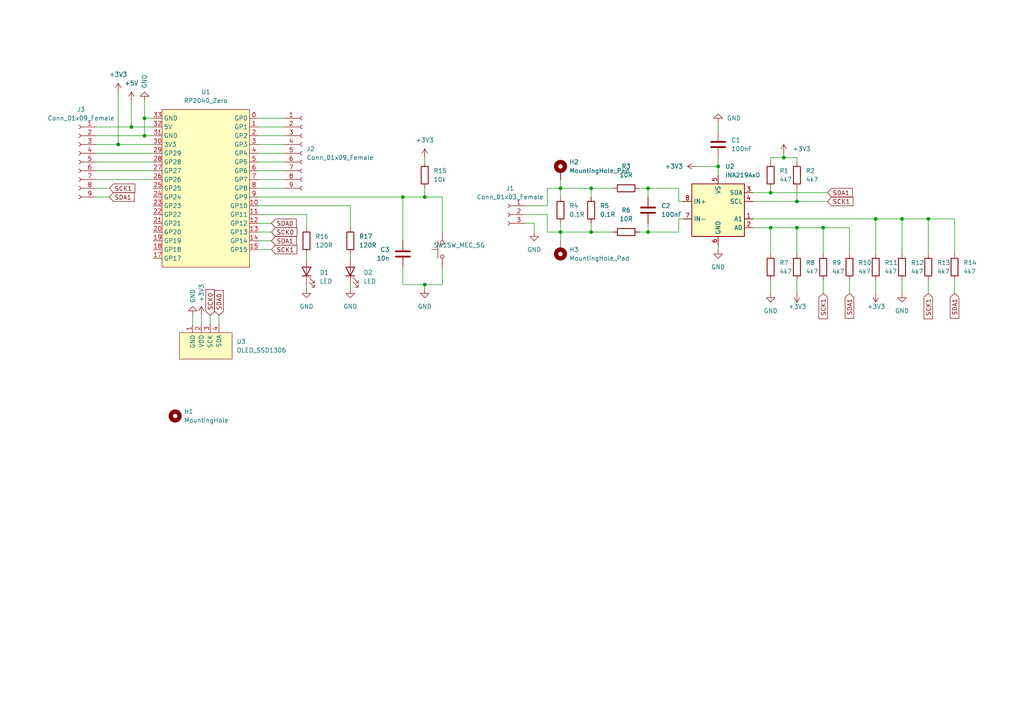
<source format=kicad_sch>
(kicad_sch (version 20211123) (generator eeschema)

  (uuid e63e39d7-6ac0-4ffd-8aa3-1841a4541b55)

  (paper "A4")

  (title_block
    (title "Pi_Pico_Power_Meter")
    (date "2023-01-23")
    (rev "V2301")
    (company "Per-Simon Saal")
  )

  (lib_symbols
    (symbol "Analog_ADC:INA219AxD" (in_bom yes) (on_board yes)
      (property "Reference" "U" (id 0) (at -6.35 8.89 0)
        (effects (font (size 1.27 1.27)))
      )
      (property "Value" "INA219AxD" (id 1) (at 5.08 8.89 0)
        (effects (font (size 1.27 1.27)))
      )
      (property "Footprint" "Package_SO:SOIC-8_3.9x4.9mm_P1.27mm" (id 2) (at 20.32 -8.89 0)
        (effects (font (size 1.27 1.27)) hide)
      )
      (property "Datasheet" "http://www.ti.com/lit/ds/symlink/ina219.pdf" (id 3) (at 8.89 -2.54 0)
        (effects (font (size 1.27 1.27)) hide)
      )
      (property "ki_keywords" "ADC I2C 16-Bit Oversampling Current Shunt" (id 4) (at 0 0 0)
        (effects (font (size 1.27 1.27)) hide)
      )
      (property "ki_description" "Zero-Drift, Bidirectional Current/Power Monitor (0-26V) With I2C Interface, SOIC-8" (id 5) (at 0 0 0)
        (effects (font (size 1.27 1.27)) hide)
      )
      (property "ki_fp_filters" "SOIC*3.9x4.9mm*P1.27mm*" (id 6) (at 0 0 0)
        (effects (font (size 1.27 1.27)) hide)
      )
      (symbol "INA219AxD_0_1"
        (rectangle (start -7.62 7.62) (end 7.62 -7.62)
          (stroke (width 0.254) (type default) (color 0 0 0 0))
          (fill (type background))
        )
      )
      (symbol "INA219AxD_1_1"
        (pin input line (at 10.16 -2.54 180) (length 2.54)
          (name "A1" (effects (font (size 1.27 1.27))))
          (number "1" (effects (font (size 1.27 1.27))))
        )
        (pin input line (at 10.16 -5.08 180) (length 2.54)
          (name "A0" (effects (font (size 1.27 1.27))))
          (number "2" (effects (font (size 1.27 1.27))))
        )
        (pin bidirectional line (at 10.16 5.08 180) (length 2.54)
          (name "SDA" (effects (font (size 1.27 1.27))))
          (number "3" (effects (font (size 1.27 1.27))))
        )
        (pin input line (at 10.16 2.54 180) (length 2.54)
          (name "SCL" (effects (font (size 1.27 1.27))))
          (number "4" (effects (font (size 1.27 1.27))))
        )
        (pin power_in line (at 0 10.16 270) (length 2.54)
          (name "VS" (effects (font (size 1.27 1.27))))
          (number "5" (effects (font (size 1.27 1.27))))
        )
        (pin power_in line (at 0 -10.16 90) (length 2.54)
          (name "GND" (effects (font (size 1.27 1.27))))
          (number "6" (effects (font (size 1.27 1.27))))
        )
        (pin input line (at -10.16 -2.54 0) (length 2.54)
          (name "IN-" (effects (font (size 1.27 1.27))))
          (number "7" (effects (font (size 1.27 1.27))))
        )
        (pin input line (at -10.16 2.54 0) (length 2.54)
          (name "IN+" (effects (font (size 1.27 1.27))))
          (number "8" (effects (font (size 1.27 1.27))))
        )
      )
    )
    (symbol "Connector:Conn_01x03_Female" (pin_names (offset 1.016) hide) (in_bom yes) (on_board yes)
      (property "Reference" "J" (id 0) (at 0 5.08 0)
        (effects (font (size 1.27 1.27)))
      )
      (property "Value" "Conn_01x03_Female" (id 1) (at 0 -5.08 0)
        (effects (font (size 1.27 1.27)))
      )
      (property "Footprint" "" (id 2) (at 0 0 0)
        (effects (font (size 1.27 1.27)) hide)
      )
      (property "Datasheet" "~" (id 3) (at 0 0 0)
        (effects (font (size 1.27 1.27)) hide)
      )
      (property "ki_keywords" "connector" (id 4) (at 0 0 0)
        (effects (font (size 1.27 1.27)) hide)
      )
      (property "ki_description" "Generic connector, single row, 01x03, script generated (kicad-library-utils/schlib/autogen/connector/)" (id 5) (at 0 0 0)
        (effects (font (size 1.27 1.27)) hide)
      )
      (property "ki_fp_filters" "Connector*:*_1x??_*" (id 6) (at 0 0 0)
        (effects (font (size 1.27 1.27)) hide)
      )
      (symbol "Conn_01x03_Female_1_1"
        (arc (start 0 -2.032) (mid -0.508 -2.54) (end 0 -3.048)
          (stroke (width 0.1524) (type default) (color 0 0 0 0))
          (fill (type none))
        )
        (polyline
          (pts
            (xy -1.27 -2.54)
            (xy -0.508 -2.54)
          )
          (stroke (width 0.1524) (type default) (color 0 0 0 0))
          (fill (type none))
        )
        (polyline
          (pts
            (xy -1.27 0)
            (xy -0.508 0)
          )
          (stroke (width 0.1524) (type default) (color 0 0 0 0))
          (fill (type none))
        )
        (polyline
          (pts
            (xy -1.27 2.54)
            (xy -0.508 2.54)
          )
          (stroke (width 0.1524) (type default) (color 0 0 0 0))
          (fill (type none))
        )
        (arc (start 0 0.508) (mid -0.508 0) (end 0 -0.508)
          (stroke (width 0.1524) (type default) (color 0 0 0 0))
          (fill (type none))
        )
        (arc (start 0 3.048) (mid -0.508 2.54) (end 0 2.032)
          (stroke (width 0.1524) (type default) (color 0 0 0 0))
          (fill (type none))
        )
        (pin passive line (at -5.08 2.54 0) (length 3.81)
          (name "Pin_1" (effects (font (size 1.27 1.27))))
          (number "1" (effects (font (size 1.27 1.27))))
        )
        (pin passive line (at -5.08 0 0) (length 3.81)
          (name "Pin_2" (effects (font (size 1.27 1.27))))
          (number "2" (effects (font (size 1.27 1.27))))
        )
        (pin passive line (at -5.08 -2.54 0) (length 3.81)
          (name "Pin_3" (effects (font (size 1.27 1.27))))
          (number "3" (effects (font (size 1.27 1.27))))
        )
      )
    )
    (symbol "Connector:Conn_01x09_Female" (pin_names (offset 1.016) hide) (in_bom yes) (on_board yes)
      (property "Reference" "J" (id 0) (at 0 12.7 0)
        (effects (font (size 1.27 1.27)))
      )
      (property "Value" "Conn_01x09_Female" (id 1) (at 0 -12.7 0)
        (effects (font (size 1.27 1.27)))
      )
      (property "Footprint" "" (id 2) (at 0 0 0)
        (effects (font (size 1.27 1.27)) hide)
      )
      (property "Datasheet" "~" (id 3) (at 0 0 0)
        (effects (font (size 1.27 1.27)) hide)
      )
      (property "ki_keywords" "connector" (id 4) (at 0 0 0)
        (effects (font (size 1.27 1.27)) hide)
      )
      (property "ki_description" "Generic connector, single row, 01x09, script generated (kicad-library-utils/schlib/autogen/connector/)" (id 5) (at 0 0 0)
        (effects (font (size 1.27 1.27)) hide)
      )
      (property "ki_fp_filters" "Connector*:*_1x??_*" (id 6) (at 0 0 0)
        (effects (font (size 1.27 1.27)) hide)
      )
      (symbol "Conn_01x09_Female_1_1"
        (arc (start 0 -9.652) (mid -0.508 -10.16) (end 0 -10.668)
          (stroke (width 0.1524) (type default) (color 0 0 0 0))
          (fill (type none))
        )
        (arc (start 0 -7.112) (mid -0.508 -7.62) (end 0 -8.128)
          (stroke (width 0.1524) (type default) (color 0 0 0 0))
          (fill (type none))
        )
        (arc (start 0 -4.572) (mid -0.508 -5.08) (end 0 -5.588)
          (stroke (width 0.1524) (type default) (color 0 0 0 0))
          (fill (type none))
        )
        (arc (start 0 -2.032) (mid -0.508 -2.54) (end 0 -3.048)
          (stroke (width 0.1524) (type default) (color 0 0 0 0))
          (fill (type none))
        )
        (polyline
          (pts
            (xy -1.27 -10.16)
            (xy -0.508 -10.16)
          )
          (stroke (width 0.1524) (type default) (color 0 0 0 0))
          (fill (type none))
        )
        (polyline
          (pts
            (xy -1.27 -7.62)
            (xy -0.508 -7.62)
          )
          (stroke (width 0.1524) (type default) (color 0 0 0 0))
          (fill (type none))
        )
        (polyline
          (pts
            (xy -1.27 -5.08)
            (xy -0.508 -5.08)
          )
          (stroke (width 0.1524) (type default) (color 0 0 0 0))
          (fill (type none))
        )
        (polyline
          (pts
            (xy -1.27 -2.54)
            (xy -0.508 -2.54)
          )
          (stroke (width 0.1524) (type default) (color 0 0 0 0))
          (fill (type none))
        )
        (polyline
          (pts
            (xy -1.27 0)
            (xy -0.508 0)
          )
          (stroke (width 0.1524) (type default) (color 0 0 0 0))
          (fill (type none))
        )
        (polyline
          (pts
            (xy -1.27 2.54)
            (xy -0.508 2.54)
          )
          (stroke (width 0.1524) (type default) (color 0 0 0 0))
          (fill (type none))
        )
        (polyline
          (pts
            (xy -1.27 5.08)
            (xy -0.508 5.08)
          )
          (stroke (width 0.1524) (type default) (color 0 0 0 0))
          (fill (type none))
        )
        (polyline
          (pts
            (xy -1.27 7.62)
            (xy -0.508 7.62)
          )
          (stroke (width 0.1524) (type default) (color 0 0 0 0))
          (fill (type none))
        )
        (polyline
          (pts
            (xy -1.27 10.16)
            (xy -0.508 10.16)
          )
          (stroke (width 0.1524) (type default) (color 0 0 0 0))
          (fill (type none))
        )
        (arc (start 0 0.508) (mid -0.508 0) (end 0 -0.508)
          (stroke (width 0.1524) (type default) (color 0 0 0 0))
          (fill (type none))
        )
        (arc (start 0 3.048) (mid -0.508 2.54) (end 0 2.032)
          (stroke (width 0.1524) (type default) (color 0 0 0 0))
          (fill (type none))
        )
        (arc (start 0 5.588) (mid -0.508 5.08) (end 0 4.572)
          (stroke (width 0.1524) (type default) (color 0 0 0 0))
          (fill (type none))
        )
        (arc (start 0 8.128) (mid -0.508 7.62) (end 0 7.112)
          (stroke (width 0.1524) (type default) (color 0 0 0 0))
          (fill (type none))
        )
        (arc (start 0 10.668) (mid -0.508 10.16) (end 0 9.652)
          (stroke (width 0.1524) (type default) (color 0 0 0 0))
          (fill (type none))
        )
        (pin passive line (at -5.08 10.16 0) (length 3.81)
          (name "Pin_1" (effects (font (size 1.27 1.27))))
          (number "1" (effects (font (size 1.27 1.27))))
        )
        (pin passive line (at -5.08 7.62 0) (length 3.81)
          (name "Pin_2" (effects (font (size 1.27 1.27))))
          (number "2" (effects (font (size 1.27 1.27))))
        )
        (pin passive line (at -5.08 5.08 0) (length 3.81)
          (name "Pin_3" (effects (font (size 1.27 1.27))))
          (number "3" (effects (font (size 1.27 1.27))))
        )
        (pin passive line (at -5.08 2.54 0) (length 3.81)
          (name "Pin_4" (effects (font (size 1.27 1.27))))
          (number "4" (effects (font (size 1.27 1.27))))
        )
        (pin passive line (at -5.08 0 0) (length 3.81)
          (name "Pin_5" (effects (font (size 1.27 1.27))))
          (number "5" (effects (font (size 1.27 1.27))))
        )
        (pin passive line (at -5.08 -2.54 0) (length 3.81)
          (name "Pin_6" (effects (font (size 1.27 1.27))))
          (number "6" (effects (font (size 1.27 1.27))))
        )
        (pin passive line (at -5.08 -5.08 0) (length 3.81)
          (name "Pin_7" (effects (font (size 1.27 1.27))))
          (number "7" (effects (font (size 1.27 1.27))))
        )
        (pin passive line (at -5.08 -7.62 0) (length 3.81)
          (name "Pin_8" (effects (font (size 1.27 1.27))))
          (number "8" (effects (font (size 1.27 1.27))))
        )
        (pin passive line (at -5.08 -10.16 0) (length 3.81)
          (name "Pin_9" (effects (font (size 1.27 1.27))))
          (number "9" (effects (font (size 1.27 1.27))))
        )
      )
    )
    (symbol "Device:C" (pin_numbers hide) (pin_names (offset 0.254)) (in_bom yes) (on_board yes)
      (property "Reference" "C" (id 0) (at 0.635 2.54 0)
        (effects (font (size 1.27 1.27)) (justify left))
      )
      (property "Value" "C" (id 1) (at 0.635 -2.54 0)
        (effects (font (size 1.27 1.27)) (justify left))
      )
      (property "Footprint" "" (id 2) (at 0.9652 -3.81 0)
        (effects (font (size 1.27 1.27)) hide)
      )
      (property "Datasheet" "~" (id 3) (at 0 0 0)
        (effects (font (size 1.27 1.27)) hide)
      )
      (property "ki_keywords" "cap capacitor" (id 4) (at 0 0 0)
        (effects (font (size 1.27 1.27)) hide)
      )
      (property "ki_description" "Unpolarized capacitor" (id 5) (at 0 0 0)
        (effects (font (size 1.27 1.27)) hide)
      )
      (property "ki_fp_filters" "C_*" (id 6) (at 0 0 0)
        (effects (font (size 1.27 1.27)) hide)
      )
      (symbol "C_0_1"
        (polyline
          (pts
            (xy -2.032 -0.762)
            (xy 2.032 -0.762)
          )
          (stroke (width 0.508) (type default) (color 0 0 0 0))
          (fill (type none))
        )
        (polyline
          (pts
            (xy -2.032 0.762)
            (xy 2.032 0.762)
          )
          (stroke (width 0.508) (type default) (color 0 0 0 0))
          (fill (type none))
        )
      )
      (symbol "C_1_1"
        (pin passive line (at 0 3.81 270) (length 2.794)
          (name "~" (effects (font (size 1.27 1.27))))
          (number "1" (effects (font (size 1.27 1.27))))
        )
        (pin passive line (at 0 -3.81 90) (length 2.794)
          (name "~" (effects (font (size 1.27 1.27))))
          (number "2" (effects (font (size 1.27 1.27))))
        )
      )
    )
    (symbol "Device:LED" (pin_numbers hide) (pin_names (offset 1.016) hide) (in_bom yes) (on_board yes)
      (property "Reference" "D" (id 0) (at 0 2.54 0)
        (effects (font (size 1.27 1.27)))
      )
      (property "Value" "LED" (id 1) (at 0 -2.54 0)
        (effects (font (size 1.27 1.27)))
      )
      (property "Footprint" "" (id 2) (at 0 0 0)
        (effects (font (size 1.27 1.27)) hide)
      )
      (property "Datasheet" "~" (id 3) (at 0 0 0)
        (effects (font (size 1.27 1.27)) hide)
      )
      (property "ki_keywords" "LED diode" (id 4) (at 0 0 0)
        (effects (font (size 1.27 1.27)) hide)
      )
      (property "ki_description" "Light emitting diode" (id 5) (at 0 0 0)
        (effects (font (size 1.27 1.27)) hide)
      )
      (property "ki_fp_filters" "LED* LED_SMD:* LED_THT:*" (id 6) (at 0 0 0)
        (effects (font (size 1.27 1.27)) hide)
      )
      (symbol "LED_0_1"
        (polyline
          (pts
            (xy -1.27 -1.27)
            (xy -1.27 1.27)
          )
          (stroke (width 0.254) (type default) (color 0 0 0 0))
          (fill (type none))
        )
        (polyline
          (pts
            (xy -1.27 0)
            (xy 1.27 0)
          )
          (stroke (width 0) (type default) (color 0 0 0 0))
          (fill (type none))
        )
        (polyline
          (pts
            (xy 1.27 -1.27)
            (xy 1.27 1.27)
            (xy -1.27 0)
            (xy 1.27 -1.27)
          )
          (stroke (width 0.254) (type default) (color 0 0 0 0))
          (fill (type none))
        )
        (polyline
          (pts
            (xy -3.048 -0.762)
            (xy -4.572 -2.286)
            (xy -3.81 -2.286)
            (xy -4.572 -2.286)
            (xy -4.572 -1.524)
          )
          (stroke (width 0) (type default) (color 0 0 0 0))
          (fill (type none))
        )
        (polyline
          (pts
            (xy -1.778 -0.762)
            (xy -3.302 -2.286)
            (xy -2.54 -2.286)
            (xy -3.302 -2.286)
            (xy -3.302 -1.524)
          )
          (stroke (width 0) (type default) (color 0 0 0 0))
          (fill (type none))
        )
      )
      (symbol "LED_1_1"
        (pin passive line (at -3.81 0 0) (length 2.54)
          (name "K" (effects (font (size 1.27 1.27))))
          (number "1" (effects (font (size 1.27 1.27))))
        )
        (pin passive line (at 3.81 0 180) (length 2.54)
          (name "A" (effects (font (size 1.27 1.27))))
          (number "2" (effects (font (size 1.27 1.27))))
        )
      )
    )
    (symbol "Device:R" (pin_numbers hide) (pin_names (offset 0)) (in_bom yes) (on_board yes)
      (property "Reference" "R" (id 0) (at 2.032 0 90)
        (effects (font (size 1.27 1.27)))
      )
      (property "Value" "R" (id 1) (at 0 0 90)
        (effects (font (size 1.27 1.27)))
      )
      (property "Footprint" "" (id 2) (at -1.778 0 90)
        (effects (font (size 1.27 1.27)) hide)
      )
      (property "Datasheet" "~" (id 3) (at 0 0 0)
        (effects (font (size 1.27 1.27)) hide)
      )
      (property "ki_keywords" "R res resistor" (id 4) (at 0 0 0)
        (effects (font (size 1.27 1.27)) hide)
      )
      (property "ki_description" "Resistor" (id 5) (at 0 0 0)
        (effects (font (size 1.27 1.27)) hide)
      )
      (property "ki_fp_filters" "R_*" (id 6) (at 0 0 0)
        (effects (font (size 1.27 1.27)) hide)
      )
      (symbol "R_0_1"
        (rectangle (start -1.016 -2.54) (end 1.016 2.54)
          (stroke (width 0.254) (type default) (color 0 0 0 0))
          (fill (type none))
        )
      )
      (symbol "R_1_1"
        (pin passive line (at 0 3.81 270) (length 1.27)
          (name "~" (effects (font (size 1.27 1.27))))
          (number "1" (effects (font (size 1.27 1.27))))
        )
        (pin passive line (at 0 -3.81 90) (length 1.27)
          (name "~" (effects (font (size 1.27 1.27))))
          (number "2" (effects (font (size 1.27 1.27))))
        )
      )
    )
    (symbol "Mechanical:MountingHole" (pin_names (offset 1.016)) (in_bom yes) (on_board yes)
      (property "Reference" "H" (id 0) (at 0 5.08 0)
        (effects (font (size 1.27 1.27)))
      )
      (property "Value" "MountingHole" (id 1) (at 0 3.175 0)
        (effects (font (size 1.27 1.27)))
      )
      (property "Footprint" "" (id 2) (at 0 0 0)
        (effects (font (size 1.27 1.27)) hide)
      )
      (property "Datasheet" "~" (id 3) (at 0 0 0)
        (effects (font (size 1.27 1.27)) hide)
      )
      (property "ki_keywords" "mounting hole" (id 4) (at 0 0 0)
        (effects (font (size 1.27 1.27)) hide)
      )
      (property "ki_description" "Mounting Hole without connection" (id 5) (at 0 0 0)
        (effects (font (size 1.27 1.27)) hide)
      )
      (property "ki_fp_filters" "MountingHole*" (id 6) (at 0 0 0)
        (effects (font (size 1.27 1.27)) hide)
      )
      (symbol "MountingHole_0_1"
        (circle (center 0 0) (radius 1.27)
          (stroke (width 1.27) (type default) (color 0 0 0 0))
          (fill (type none))
        )
      )
    )
    (symbol "Mechanical:MountingHole_Pad" (pin_numbers hide) (pin_names (offset 1.016) hide) (in_bom yes) (on_board yes)
      (property "Reference" "H" (id 0) (at 0 6.35 0)
        (effects (font (size 1.27 1.27)))
      )
      (property "Value" "MountingHole_Pad" (id 1) (at 0 4.445 0)
        (effects (font (size 1.27 1.27)))
      )
      (property "Footprint" "" (id 2) (at 0 0 0)
        (effects (font (size 1.27 1.27)) hide)
      )
      (property "Datasheet" "~" (id 3) (at 0 0 0)
        (effects (font (size 1.27 1.27)) hide)
      )
      (property "ki_keywords" "mounting hole" (id 4) (at 0 0 0)
        (effects (font (size 1.27 1.27)) hide)
      )
      (property "ki_description" "Mounting Hole with connection" (id 5) (at 0 0 0)
        (effects (font (size 1.27 1.27)) hide)
      )
      (property "ki_fp_filters" "MountingHole*Pad*" (id 6) (at 0 0 0)
        (effects (font (size 1.27 1.27)) hide)
      )
      (symbol "MountingHole_Pad_0_1"
        (circle (center 0 1.27) (radius 1.27)
          (stroke (width 1.27) (type default) (color 0 0 0 0))
          (fill (type none))
        )
      )
      (symbol "MountingHole_Pad_1_1"
        (pin input line (at 0 -2.54 90) (length 2.54)
          (name "1" (effects (font (size 1.27 1.27))))
          (number "1" (effects (font (size 1.27 1.27))))
        )
      )
    )
    (symbol "Switch:SW_MEC_5G" (pin_numbers hide) (pin_names (offset 1.016) hide) (in_bom yes) (on_board yes)
      (property "Reference" "SW1" (id 0) (at 1.27 2.54 90)
        (effects (font (size 1.27 1.27)) (justify right))
      )
      (property "Value" "SW_MEC_5G" (id 1) (at 1.27 -1.27 90)
        (effects (font (size 1.27 1.27)) (justify right))
      )
      (property "Footprint" "Button_Switch_SMD:SW_Push_1P1T_NO_6x6mm_H9.5mm" (id 2) (at 0 -5.08 0)
        (effects (font (size 1.27 1.27)) hide)
      )
      (property "Datasheet" "http://www.apem.com/int/index.php?controller=attachment&id_attachment=488" (id 3) (at 0 -5.08 0)
        (effects (font (size 1.27 1.27)) hide)
      )
      (property "ki_keywords" "switch normally-open pushbutton push-button" (id 4) (at 0 0 0)
        (effects (font (size 1.27 1.27)) hide)
      )
      (property "ki_description" "MEC 5G single pole normally-open tactile switch" (id 5) (at 0 0 0)
        (effects (font (size 1.27 1.27)) hide)
      )
      (property "ki_fp_filters" "SW*MEC*5G*" (id 6) (at 0 0 0)
        (effects (font (size 1.27 1.27)) hide)
      )
      (symbol "SW_MEC_5G_0_1"
        (circle (center -2.032 0) (radius 0.508)
          (stroke (width 0) (type default) (color 0 0 0 0))
          (fill (type none))
        )
        (polyline
          (pts
            (xy 0 1.27)
            (xy 0 3.048)
          )
          (stroke (width 0) (type default) (color 0 0 0 0))
          (fill (type none))
        )
        (polyline
          (pts
            (xy 2.54 1.27)
            (xy -2.54 1.27)
          )
          (stroke (width 0) (type default) (color 0 0 0 0))
          (fill (type none))
        )
        (circle (center 2.032 0) (radius 0.508)
          (stroke (width 0) (type default) (color 0 0 0 0))
          (fill (type none))
        )
        (pin passive line (at -5.08 0 0) (length 2.54)
          (name "A" (effects (font (size 1.27 1.27))))
          (number "1" (effects (font (size 1.27 1.27))))
        )
        (pin passive line (at 5.08 0 180) (length 2.54)
          (name "B" (effects (font (size 1.27 1.27))))
          (number "2" (effects (font (size 1.27 1.27))))
        )
      )
    )
    (symbol "_PS_LIB:OLED_SSD1306" (in_bom yes) (on_board yes)
      (property "Reference" "U" (id 0) (at 8.89 1.27 0)
        (effects (font (size 1.27 1.27)))
      )
      (property "Value" "OLED_SSD1306" (id 1) (at 0 -6.35 0)
        (effects (font (size 1.27 1.27)))
      )
      (property "Footprint" "_PS_LIB_PCB:SSD1306_0.96_Oled" (id 2) (at 0 0 0)
        (effects (font (size 1.27 1.27)) hide)
      )
      (property "Datasheet" "" (id 3) (at 0 0 0)
        (effects (font (size 1.27 1.27)) hide)
      )
      (symbol "OLED_SSD1306_0_1"
        (rectangle (start -7.62 2.54) (end 7.62 -5.08)
          (stroke (width 0) (type default) (color 0 0 0 0))
          (fill (type background))
        )
      )
      (symbol "OLED_SSD1306_1_1"
        (pin input line (at -3.81 5.08 270) (length 2.54)
          (name "GND" (effects (font (size 1.27 1.27))))
          (number "1" (effects (font (size 1.27 1.27))))
        )
        (pin input line (at -1.27 5.08 270) (length 2.54)
          (name "VDD" (effects (font (size 1.27 1.27))))
          (number "2" (effects (font (size 1.27 1.27))))
        )
        (pin input line (at 1.27 5.08 270) (length 2.54)
          (name "SCK" (effects (font (size 1.27 1.27))))
          (number "3" (effects (font (size 1.27 1.27))))
        )
        (pin input line (at 3.81 5.08 270) (length 2.54)
          (name "SDA" (effects (font (size 1.27 1.27))))
          (number "4" (effects (font (size 1.27 1.27))))
        )
      )
    )
    (symbol "_PS_LIB:RP2040_Zero" (in_bom yes) (on_board yes)
      (property "Reference" "U" (id 0) (at -11.43 1.27 0)
        (effects (font (size 1.27 1.27)))
      )
      (property "Value" "RP2040_Zero" (id 1) (at 0 -46.99 0)
        (effects (font (size 1.27 1.27)))
      )
      (property "Footprint" "_PS_LIB_PCB:RP2040-Zero" (id 2) (at 0 0 0)
        (effects (font (size 1.27 1.27)) hide)
      )
      (property "Datasheet" "" (id 3) (at 0 0 0)
        (effects (font (size 1.27 1.27)) hide)
      )
      (symbol "RP2040_Zero_0_1"
        (rectangle (start -12.7 0) (end 12.7 -45.72)
          (stroke (width 0) (type default) (color 0 0 0 0))
          (fill (type background))
        )
      )
      (symbol "RP2040_Zero_1_1"
        (pin input line (at 15.24 -2.54 180) (length 2.54)
          (name "GP0" (effects (font (size 1.27 1.27))))
          (number "0" (effects (font (size 1.27 1.27))))
        )
        (pin input line (at 15.24 -5.08 180) (length 2.54)
          (name "GP1" (effects (font (size 1.27 1.27))))
          (number "1" (effects (font (size 1.27 1.27))))
        )
        (pin input line (at 15.24 -27.94 180) (length 2.54)
          (name "GP10" (effects (font (size 1.27 1.27))))
          (number "10" (effects (font (size 1.27 1.27))))
        )
        (pin input line (at 15.24 -30.48 180) (length 2.54)
          (name "GP11" (effects (font (size 1.27 1.27))))
          (number "11" (effects (font (size 1.27 1.27))))
        )
        (pin input line (at 15.24 -33.02 180) (length 2.54)
          (name "GP12" (effects (font (size 1.27 1.27))))
          (number "12" (effects (font (size 1.27 1.27))))
        )
        (pin input line (at 15.24 -35.56 180) (length 2.54)
          (name "GP13" (effects (font (size 1.27 1.27))))
          (number "13" (effects (font (size 1.27 1.27))))
        )
        (pin input line (at 15.24 -38.1 180) (length 2.54)
          (name "GP14" (effects (font (size 1.27 1.27))))
          (number "14" (effects (font (size 1.27 1.27))))
        )
        (pin input line (at 15.24 -40.64 180) (length 2.54)
          (name "GP15" (effects (font (size 1.27 1.27))))
          (number "15" (effects (font (size 1.27 1.27))))
        )
        (pin input line (at -15.24 -43.18 0) (length 2.54)
          (name "GP17" (effects (font (size 1.27 1.27))))
          (number "17" (effects (font (size 1.27 1.27))))
        )
        (pin input line (at -15.24 -40.64 0) (length 2.54)
          (name "GP18" (effects (font (size 1.27 1.27))))
          (number "18" (effects (font (size 1.27 1.27))))
        )
        (pin input line (at -15.24 -38.1 0) (length 2.54)
          (name "GP19" (effects (font (size 1.27 1.27))))
          (number "19" (effects (font (size 1.27 1.27))))
        )
        (pin input line (at 15.24 -7.62 180) (length 2.54)
          (name "GP2" (effects (font (size 1.27 1.27))))
          (number "2" (effects (font (size 1.27 1.27))))
        )
        (pin input line (at -15.24 -35.56 0) (length 2.54)
          (name "GP20" (effects (font (size 1.27 1.27))))
          (number "20" (effects (font (size 1.27 1.27))))
        )
        (pin input line (at -15.24 -33.02 0) (length 2.54)
          (name "GP21" (effects (font (size 1.27 1.27))))
          (number "21" (effects (font (size 1.27 1.27))))
        )
        (pin input line (at -15.24 -30.48 0) (length 2.54)
          (name "GP22" (effects (font (size 1.27 1.27))))
          (number "22" (effects (font (size 1.27 1.27))))
        )
        (pin input line (at -15.24 -27.94 0) (length 2.54)
          (name "GP23" (effects (font (size 1.27 1.27))))
          (number "23" (effects (font (size 1.27 1.27))))
        )
        (pin input line (at -15.24 -25.4 0) (length 2.54)
          (name "GP24" (effects (font (size 1.27 1.27))))
          (number "24" (effects (font (size 1.27 1.27))))
        )
        (pin input line (at -15.24 -22.86 0) (length 2.54)
          (name "GP25" (effects (font (size 1.27 1.27))))
          (number "25" (effects (font (size 1.27 1.27))))
        )
        (pin input line (at -15.24 -20.32 0) (length 2.54)
          (name "GP26" (effects (font (size 1.27 1.27))))
          (number "26" (effects (font (size 1.27 1.27))))
        )
        (pin input line (at -15.24 -17.78 0) (length 2.54)
          (name "GP27" (effects (font (size 1.27 1.27))))
          (number "27" (effects (font (size 1.27 1.27))))
        )
        (pin input line (at -15.24 -15.24 0) (length 2.54)
          (name "GP28" (effects (font (size 1.27 1.27))))
          (number "28" (effects (font (size 1.27 1.27))))
        )
        (pin input line (at -15.24 -12.7 0) (length 2.54)
          (name "GP29" (effects (font (size 1.27 1.27))))
          (number "29" (effects (font (size 1.27 1.27))))
        )
        (pin input line (at 15.24 -10.16 180) (length 2.54)
          (name "GP3" (effects (font (size 1.27 1.27))))
          (number "3" (effects (font (size 1.27 1.27))))
        )
        (pin input line (at -15.24 -10.16 0) (length 2.54)
          (name "3V3" (effects (font (size 1.27 1.27))))
          (number "30" (effects (font (size 1.27 1.27))))
        )
        (pin input line (at -15.24 -7.62 0) (length 2.54)
          (name "GND" (effects (font (size 1.27 1.27))))
          (number "31" (effects (font (size 1.27 1.27))))
        )
        (pin input line (at -15.24 -5.08 0) (length 2.54)
          (name "5V" (effects (font (size 1.27 1.27))))
          (number "32" (effects (font (size 1.27 1.27))))
        )
        (pin input line (at -15.24 -2.54 0) (length 2.54)
          (name "GND" (effects (font (size 1.27 1.27))))
          (number "33" (effects (font (size 1.27 1.27))))
        )
        (pin input line (at 15.24 -12.7 180) (length 2.54)
          (name "GP4" (effects (font (size 1.27 1.27))))
          (number "4" (effects (font (size 1.27 1.27))))
        )
        (pin input line (at 15.24 -15.24 180) (length 2.54)
          (name "GP5" (effects (font (size 1.27 1.27))))
          (number "5" (effects (font (size 1.27 1.27))))
        )
        (pin input line (at 15.24 -17.78 180) (length 2.54)
          (name "GP6" (effects (font (size 1.27 1.27))))
          (number "6" (effects (font (size 1.27 1.27))))
        )
        (pin input line (at 15.24 -20.32 180) (length 2.54)
          (name "GP7" (effects (font (size 1.27 1.27))))
          (number "7" (effects (font (size 1.27 1.27))))
        )
        (pin input line (at 15.24 -22.86 180) (length 2.54)
          (name "GP8" (effects (font (size 1.27 1.27))))
          (number "8" (effects (font (size 1.27 1.27))))
        )
        (pin input line (at 15.24 -25.4 180) (length 2.54)
          (name "GP9" (effects (font (size 1.27 1.27))))
          (number "9" (effects (font (size 1.27 1.27))))
        )
      )
    )
    (symbol "power:+3.3V" (power) (pin_names (offset 0)) (in_bom yes) (on_board yes)
      (property "Reference" "#PWR" (id 0) (at 0 -3.81 0)
        (effects (font (size 1.27 1.27)) hide)
      )
      (property "Value" "+3.3V" (id 1) (at 0 3.556 0)
        (effects (font (size 1.27 1.27)))
      )
      (property "Footprint" "" (id 2) (at 0 0 0)
        (effects (font (size 1.27 1.27)) hide)
      )
      (property "Datasheet" "" (id 3) (at 0 0 0)
        (effects (font (size 1.27 1.27)) hide)
      )
      (property "ki_keywords" "power-flag" (id 4) (at 0 0 0)
        (effects (font (size 1.27 1.27)) hide)
      )
      (property "ki_description" "Power symbol creates a global label with name \"+3.3V\"" (id 5) (at 0 0 0)
        (effects (font (size 1.27 1.27)) hide)
      )
      (symbol "+3.3V_0_1"
        (polyline
          (pts
            (xy -0.762 1.27)
            (xy 0 2.54)
          )
          (stroke (width 0) (type default) (color 0 0 0 0))
          (fill (type none))
        )
        (polyline
          (pts
            (xy 0 0)
            (xy 0 2.54)
          )
          (stroke (width 0) (type default) (color 0 0 0 0))
          (fill (type none))
        )
        (polyline
          (pts
            (xy 0 2.54)
            (xy 0.762 1.27)
          )
          (stroke (width 0) (type default) (color 0 0 0 0))
          (fill (type none))
        )
      )
      (symbol "+3.3V_1_1"
        (pin power_in line (at 0 0 90) (length 0) hide
          (name "+3V3" (effects (font (size 1.27 1.27))))
          (number "1" (effects (font (size 1.27 1.27))))
        )
      )
    )
    (symbol "power:+5V" (power) (pin_names (offset 0)) (in_bom yes) (on_board yes)
      (property "Reference" "#PWR" (id 0) (at 0 -3.81 0)
        (effects (font (size 1.27 1.27)) hide)
      )
      (property "Value" "+5V" (id 1) (at 0 3.556 0)
        (effects (font (size 1.27 1.27)))
      )
      (property "Footprint" "" (id 2) (at 0 0 0)
        (effects (font (size 1.27 1.27)) hide)
      )
      (property "Datasheet" "" (id 3) (at 0 0 0)
        (effects (font (size 1.27 1.27)) hide)
      )
      (property "ki_keywords" "power-flag" (id 4) (at 0 0 0)
        (effects (font (size 1.27 1.27)) hide)
      )
      (property "ki_description" "Power symbol creates a global label with name \"+5V\"" (id 5) (at 0 0 0)
        (effects (font (size 1.27 1.27)) hide)
      )
      (symbol "+5V_0_1"
        (polyline
          (pts
            (xy -0.762 1.27)
            (xy 0 2.54)
          )
          (stroke (width 0) (type default) (color 0 0 0 0))
          (fill (type none))
        )
        (polyline
          (pts
            (xy 0 0)
            (xy 0 2.54)
          )
          (stroke (width 0) (type default) (color 0 0 0 0))
          (fill (type none))
        )
        (polyline
          (pts
            (xy 0 2.54)
            (xy 0.762 1.27)
          )
          (stroke (width 0) (type default) (color 0 0 0 0))
          (fill (type none))
        )
      )
      (symbol "+5V_1_1"
        (pin power_in line (at 0 0 90) (length 0) hide
          (name "+5V" (effects (font (size 1.27 1.27))))
          (number "1" (effects (font (size 1.27 1.27))))
        )
      )
    )
    (symbol "power:GND" (power) (pin_names (offset 0)) (in_bom yes) (on_board yes)
      (property "Reference" "#PWR" (id 0) (at 0 -6.35 0)
        (effects (font (size 1.27 1.27)) hide)
      )
      (property "Value" "GND" (id 1) (at 0 -3.81 0)
        (effects (font (size 1.27 1.27)))
      )
      (property "Footprint" "" (id 2) (at 0 0 0)
        (effects (font (size 1.27 1.27)) hide)
      )
      (property "Datasheet" "" (id 3) (at 0 0 0)
        (effects (font (size 1.27 1.27)) hide)
      )
      (property "ki_keywords" "power-flag" (id 4) (at 0 0 0)
        (effects (font (size 1.27 1.27)) hide)
      )
      (property "ki_description" "Power symbol creates a global label with name \"GND\" , ground" (id 5) (at 0 0 0)
        (effects (font (size 1.27 1.27)) hide)
      )
      (symbol "GND_0_1"
        (polyline
          (pts
            (xy 0 0)
            (xy 0 -1.27)
            (xy 1.27 -1.27)
            (xy 0 -2.54)
            (xy -1.27 -1.27)
            (xy 0 -1.27)
          )
          (stroke (width 0) (type default) (color 0 0 0 0))
          (fill (type none))
        )
      )
      (symbol "GND_1_1"
        (pin power_in line (at 0 0 270) (length 0) hide
          (name "GND" (effects (font (size 1.27 1.27))))
          (number "1" (effects (font (size 1.27 1.27))))
        )
      )
    )
  )

  (junction (at 123.19 57.15) (diameter 0) (color 0 0 0 0)
    (uuid 20085717-8162-42b9-8d51-80d043bab385)
  )
  (junction (at 38.1 36.83) (diameter 0) (color 0 0 0 0)
    (uuid 23350a0e-4b58-4b33-9572-31bc4bc77d26)
  )
  (junction (at 162.56 67.31) (diameter 0) (color 0 0 0 0)
    (uuid 3f61bfd5-dac9-4c69-b538-2e3bedc8618d)
  )
  (junction (at 171.45 54.61) (diameter 0) (color 0 0 0 0)
    (uuid 41e458b6-5406-445b-b1e1-77add962c858)
  )
  (junction (at 223.52 55.88) (diameter 0) (color 0 0 0 0)
    (uuid 42e064b2-acb2-469f-9221-d4c60239edd5)
  )
  (junction (at 238.76 66.04) (diameter 0) (color 0 0 0 0)
    (uuid 4cda62ae-9860-4121-8d82-abde24d453dc)
  )
  (junction (at 123.19 82.55) (diameter 0) (color 0 0 0 0)
    (uuid 5bf93291-f2e7-4160-9f91-ea92d9bca045)
  )
  (junction (at 187.96 54.61) (diameter 0) (color 0 0 0 0)
    (uuid 5c3712cb-23a4-4197-b905-e2bad375878d)
  )
  (junction (at 231.14 58.42) (diameter 0) (color 0 0 0 0)
    (uuid 5d6aad58-f151-4659-b4d2-46f92be4d578)
  )
  (junction (at 261.62 63.5) (diameter 0) (color 0 0 0 0)
    (uuid 5ebd88e8-c438-4f61-9587-54c164d23291)
  )
  (junction (at 269.24 63.5) (diameter 0) (color 0 0 0 0)
    (uuid 60bc5b9e-d1d1-45a4-8167-b7ca315560ce)
  )
  (junction (at 41.91 34.29) (diameter 0) (color 0 0 0 0)
    (uuid 76a6bad8-8420-4f3e-922d-852413ddfb30)
  )
  (junction (at 254 63.5) (diameter 0) (color 0 0 0 0)
    (uuid 7b760658-845b-495f-b1b2-2a79cafc278a)
  )
  (junction (at 41.91 39.37) (diameter 0) (color 0 0 0 0)
    (uuid 8e9c1e67-0807-4dc3-b4f1-e2c3846e0e04)
  )
  (junction (at 208.28 48.26) (diameter 0) (color 0 0 0 0)
    (uuid 91f33248-c016-4b0b-adc1-25590fb38526)
  )
  (junction (at 34.29 41.91) (diameter 0) (color 0 0 0 0)
    (uuid 921e7f50-2e09-4245-90e9-cc97a43936f1)
  )
  (junction (at 162.56 54.61) (diameter 0) (color 0 0 0 0)
    (uuid a9478cd3-5152-4211-ab6b-b1c86bcf0f04)
  )
  (junction (at 223.52 66.04) (diameter 0) (color 0 0 0 0)
    (uuid b200138d-8b87-438f-b1db-5617aabfb8cd)
  )
  (junction (at 231.14 66.04) (diameter 0) (color 0 0 0 0)
    (uuid b2c2dc58-53ac-4141-96d8-eeb55f0d4867)
  )
  (junction (at 171.45 67.31) (diameter 0) (color 0 0 0 0)
    (uuid ec0f643b-d37d-4da1-9a9d-8913ab2829cf)
  )
  (junction (at 187.96 67.31) (diameter 0) (color 0 0 0 0)
    (uuid eda6b381-4d5b-4a18-9c22-dc5e82b5f667)
  )
  (junction (at 116.84 57.15) (diameter 0) (color 0 0 0 0)
    (uuid effeb949-006c-4f83-9998-f4d34d0b54c9)
  )
  (junction (at 227.33 45.72) (diameter 0) (color 0 0 0 0)
    (uuid fba70260-b235-440b-9577-111c1f1703d5)
  )

  (wire (pts (xy 74.93 52.07) (xy 82.55 52.07))
    (stroke (width 0) (type default) (color 0 0 0 0))
    (uuid 067af1e8-aec3-4861-be55-a3727862596b)
  )
  (wire (pts (xy 238.76 66.04) (xy 231.14 66.04))
    (stroke (width 0) (type default) (color 0 0 0 0))
    (uuid 093d52cd-8328-4eea-959b-679b629e0496)
  )
  (wire (pts (xy 162.56 67.31) (xy 171.45 67.31))
    (stroke (width 0) (type default) (color 0 0 0 0))
    (uuid 0a484508-5c7b-43cd-a91d-78f6cf86add8)
  )
  (wire (pts (xy 276.86 81.28) (xy 276.86 85.09))
    (stroke (width 0) (type default) (color 0 0 0 0))
    (uuid 0bacc36b-233c-4bbc-b690-009dd7caf57f)
  )
  (wire (pts (xy 231.14 45.72) (xy 227.33 45.72))
    (stroke (width 0) (type default) (color 0 0 0 0))
    (uuid 124d9163-603b-4839-ace6-3fd5affd9dd4)
  )
  (wire (pts (xy 74.93 46.99) (xy 82.55 46.99))
    (stroke (width 0) (type default) (color 0 0 0 0))
    (uuid 1c2d0a6c-a4ba-40ea-9e76-47b3cfadb2e2)
  )
  (wire (pts (xy 162.56 67.31) (xy 162.56 69.85))
    (stroke (width 0) (type default) (color 0 0 0 0))
    (uuid 1e8b09d6-9abd-40e9-8bb8-c9ec1a40796b)
  )
  (wire (pts (xy 198.12 58.42) (xy 196.85 58.42))
    (stroke (width 0) (type default) (color 0 0 0 0))
    (uuid 1f7f3da2-8d51-4599-874a-4de723c3a6ae)
  )
  (wire (pts (xy 231.14 58.42) (xy 231.14 54.61))
    (stroke (width 0) (type default) (color 0 0 0 0))
    (uuid 2136a77f-c7ff-4ea8-908c-8264733ecc93)
  )
  (wire (pts (xy 101.6 59.69) (xy 101.6 66.04))
    (stroke (width 0) (type default) (color 0 0 0 0))
    (uuid 23d9d1f8-91fc-4ee8-bd49-d0ce17035a02)
  )
  (wire (pts (xy 38.1 29.21) (xy 38.1 36.83))
    (stroke (width 0) (type default) (color 0 0 0 0))
    (uuid 258d6c5a-9d14-414b-9432-8c1fd083ee87)
  )
  (wire (pts (xy 201.93 48.26) (xy 208.28 48.26))
    (stroke (width 0) (type default) (color 0 0 0 0))
    (uuid 2694ce3c-038c-45fc-bf55-c817cabc4a5c)
  )
  (wire (pts (xy 231.14 58.42) (xy 240.03 58.42))
    (stroke (width 0) (type default) (color 0 0 0 0))
    (uuid 2b2e8cdf-25cd-4283-8b82-1f3fb2afb657)
  )
  (wire (pts (xy 276.86 73.66) (xy 276.86 63.5))
    (stroke (width 0) (type default) (color 0 0 0 0))
    (uuid 2c58a346-ffd2-4961-b437-aeac0363efd0)
  )
  (wire (pts (xy 128.27 67.31) (xy 128.27 57.15))
    (stroke (width 0) (type default) (color 0 0 0 0))
    (uuid 2d073452-bed2-4030-80af-c449ab646a91)
  )
  (wire (pts (xy 196.85 58.42) (xy 196.85 54.61))
    (stroke (width 0) (type default) (color 0 0 0 0))
    (uuid 2d23eb7d-f353-4245-a609-9609af16a229)
  )
  (wire (pts (xy 198.12 63.5) (xy 196.85 63.5))
    (stroke (width 0) (type default) (color 0 0 0 0))
    (uuid 2d58dd1e-d084-4d5e-93f1-ac44012fdcf7)
  )
  (wire (pts (xy 246.38 81.28) (xy 246.38 85.09))
    (stroke (width 0) (type default) (color 0 0 0 0))
    (uuid 2dca4626-d6fa-4d2e-a419-ef601c28b470)
  )
  (wire (pts (xy 231.14 81.28) (xy 231.14 85.09))
    (stroke (width 0) (type default) (color 0 0 0 0))
    (uuid 2dfae01b-bffc-422c-8afc-24b0883044b6)
  )
  (wire (pts (xy 187.96 54.61) (xy 185.42 54.61))
    (stroke (width 0) (type default) (color 0 0 0 0))
    (uuid 2e96df3d-3fe1-4a0b-9649-5f5ef8c94956)
  )
  (wire (pts (xy 27.94 52.07) (xy 44.45 52.07))
    (stroke (width 0) (type default) (color 0 0 0 0))
    (uuid 32611aa5-7c2a-4980-ac77-2a46b46509f7)
  )
  (wire (pts (xy 154.94 64.77) (xy 152.4 64.77))
    (stroke (width 0) (type default) (color 0 0 0 0))
    (uuid 326cc275-1d17-4ef5-abb9-1de9c992ace7)
  )
  (wire (pts (xy 116.84 77.47) (xy 116.84 82.55))
    (stroke (width 0) (type default) (color 0 0 0 0))
    (uuid 32ede391-66e7-4757-b234-374bf81fa4ac)
  )
  (wire (pts (xy 223.52 45.72) (xy 227.33 45.72))
    (stroke (width 0) (type default) (color 0 0 0 0))
    (uuid 3341ed19-f8bb-4f47-9d61-6e7f28c7fec3)
  )
  (wire (pts (xy 158.75 62.23) (xy 158.75 67.31))
    (stroke (width 0) (type default) (color 0 0 0 0))
    (uuid 35471250-4bb1-4b21-abbb-b69e607f8b6b)
  )
  (wire (pts (xy 38.1 36.83) (xy 44.45 36.83))
    (stroke (width 0) (type default) (color 0 0 0 0))
    (uuid 356bd176-2fda-4b47-8fcd-6dfb9e260c38)
  )
  (wire (pts (xy 41.91 39.37) (xy 44.45 39.37))
    (stroke (width 0) (type default) (color 0 0 0 0))
    (uuid 36ad8fe0-a10c-4204-8836-9a2bbb784071)
  )
  (wire (pts (xy 158.75 67.31) (xy 162.56 67.31))
    (stroke (width 0) (type default) (color 0 0 0 0))
    (uuid 38916cd8-24fe-4810-ac1b-eb78ae44636f)
  )
  (wire (pts (xy 218.44 66.04) (xy 223.52 66.04))
    (stroke (width 0) (type default) (color 0 0 0 0))
    (uuid 3b256f92-63a5-4de5-b880-fe4a23357ebd)
  )
  (wire (pts (xy 88.9 66.04) (xy 88.9 62.23))
    (stroke (width 0) (type default) (color 0 0 0 0))
    (uuid 3c2297c7-882c-42f1-b75f-5f16b238efda)
  )
  (wire (pts (xy 246.38 73.66) (xy 246.38 66.04))
    (stroke (width 0) (type default) (color 0 0 0 0))
    (uuid 3ee27376-d0af-4a0b-aac7-b1aec1341c2a)
  )
  (wire (pts (xy 223.52 46.99) (xy 223.52 45.72))
    (stroke (width 0) (type default) (color 0 0 0 0))
    (uuid 3f83f3f6-1950-4e5c-865d-06a40b04b7ec)
  )
  (wire (pts (xy 74.93 72.39) (xy 78.74 72.39))
    (stroke (width 0) (type default) (color 0 0 0 0))
    (uuid 456e511e-02a4-4cf0-817b-ebb1eae0f917)
  )
  (wire (pts (xy 223.52 55.88) (xy 223.52 54.61))
    (stroke (width 0) (type default) (color 0 0 0 0))
    (uuid 468948df-0722-4125-8625-b4732537ad4a)
  )
  (wire (pts (xy 261.62 73.66) (xy 261.62 63.5))
    (stroke (width 0) (type default) (color 0 0 0 0))
    (uuid 480453cf-3bb2-4a2e-acb5-87736656a40e)
  )
  (wire (pts (xy 162.56 52.07) (xy 162.56 54.61))
    (stroke (width 0) (type default) (color 0 0 0 0))
    (uuid 4b4196d9-8651-4962-9021-fcaea67da3fb)
  )
  (wire (pts (xy 231.14 46.99) (xy 231.14 45.72))
    (stroke (width 0) (type default) (color 0 0 0 0))
    (uuid 506d5371-8ba2-4388-8598-92d3138cf1b4)
  )
  (wire (pts (xy 254 73.66) (xy 254 63.5))
    (stroke (width 0) (type default) (color 0 0 0 0))
    (uuid 51aba774-c6fc-4ace-946c-a44daf68ca57)
  )
  (wire (pts (xy 261.62 63.5) (xy 254 63.5))
    (stroke (width 0) (type default) (color 0 0 0 0))
    (uuid 57c07dd0-6152-4113-8836-dd90f5c154f5)
  )
  (wire (pts (xy 223.52 81.28) (xy 223.52 85.09))
    (stroke (width 0) (type default) (color 0 0 0 0))
    (uuid 5bba1e26-c7d8-40e4-a2d0-4de114315bdc)
  )
  (wire (pts (xy 27.94 41.91) (xy 34.29 41.91))
    (stroke (width 0) (type default) (color 0 0 0 0))
    (uuid 5ce85f44-08f8-427f-8f04-f1ea79fcd53e)
  )
  (wire (pts (xy 208.28 71.12) (xy 208.28 72.39))
    (stroke (width 0) (type default) (color 0 0 0 0))
    (uuid 6234af84-a9c3-4657-bbb4-c2c17e91dadd)
  )
  (wire (pts (xy 27.94 57.15) (xy 31.75 57.15))
    (stroke (width 0) (type default) (color 0 0 0 0))
    (uuid 64deafc0-a9f2-4034-add2-020eb832d282)
  )
  (wire (pts (xy 74.93 64.77) (xy 78.74 64.77))
    (stroke (width 0) (type default) (color 0 0 0 0))
    (uuid 66015916-4b7c-4d19-bd99-fc6bd8361bfa)
  )
  (wire (pts (xy 74.93 44.45) (xy 82.55 44.45))
    (stroke (width 0) (type default) (color 0 0 0 0))
    (uuid 66619322-7be0-44ba-baff-f6de068c82ec)
  )
  (wire (pts (xy 171.45 54.61) (xy 171.45 57.15))
    (stroke (width 0) (type default) (color 0 0 0 0))
    (uuid 66f9e10c-e137-4da5-9595-9f498654cc8d)
  )
  (wire (pts (xy 88.9 83.82) (xy 88.9 82.55))
    (stroke (width 0) (type default) (color 0 0 0 0))
    (uuid 67cb189d-c11d-4523-8f5c-c67e72d2ba74)
  )
  (wire (pts (xy 88.9 73.66) (xy 88.9 74.93))
    (stroke (width 0) (type default) (color 0 0 0 0))
    (uuid 68760435-7b40-4052-a18e-0fefe0b5b817)
  )
  (wire (pts (xy 218.44 58.42) (xy 231.14 58.42))
    (stroke (width 0) (type default) (color 0 0 0 0))
    (uuid 6929f7bd-c847-4132-bc4f-3d9e143d52ee)
  )
  (wire (pts (xy 162.56 54.61) (xy 171.45 54.61))
    (stroke (width 0) (type default) (color 0 0 0 0))
    (uuid 6cd5f128-16ae-4bd7-9067-a90fe32a7eec)
  )
  (wire (pts (xy 128.27 82.55) (xy 123.19 82.55))
    (stroke (width 0) (type default) (color 0 0 0 0))
    (uuid 72f2774a-5aa6-4d14-a9f3-edc89407f0bd)
  )
  (wire (pts (xy 238.76 81.28) (xy 238.76 85.09))
    (stroke (width 0) (type default) (color 0 0 0 0))
    (uuid 76cf50fd-14f9-47e8-ae67-9c9cceafb2c6)
  )
  (wire (pts (xy 116.84 82.55) (xy 123.19 82.55))
    (stroke (width 0) (type default) (color 0 0 0 0))
    (uuid 79cb7996-e777-4108-ae7c-379f67c3e722)
  )
  (wire (pts (xy 208.28 45.72) (xy 208.28 48.26))
    (stroke (width 0) (type default) (color 0 0 0 0))
    (uuid 7a889546-4999-4616-baa0-23891cb071e1)
  )
  (wire (pts (xy 154.94 67.31) (xy 154.94 64.77))
    (stroke (width 0) (type default) (color 0 0 0 0))
    (uuid 7cd81b56-1bda-475c-9192-cf0259581c14)
  )
  (wire (pts (xy 171.45 54.61) (xy 177.8 54.61))
    (stroke (width 0) (type default) (color 0 0 0 0))
    (uuid 7cf3f203-9edc-455a-a676-db7dc530416a)
  )
  (wire (pts (xy 27.94 39.37) (xy 41.91 39.37))
    (stroke (width 0) (type default) (color 0 0 0 0))
    (uuid 81010040-b51e-40bc-b400-239e18fd2967)
  )
  (wire (pts (xy 41.91 34.29) (xy 44.45 34.29))
    (stroke (width 0) (type default) (color 0 0 0 0))
    (uuid 876b7133-6405-41ae-afc9-fd07368ae30a)
  )
  (wire (pts (xy 158.75 54.61) (xy 158.75 59.69))
    (stroke (width 0) (type default) (color 0 0 0 0))
    (uuid 897babb8-8bc3-4f2f-a4fc-75362a8aeb2f)
  )
  (wire (pts (xy 27.94 54.61) (xy 31.75 54.61))
    (stroke (width 0) (type default) (color 0 0 0 0))
    (uuid 8a626d0c-d24c-4b1d-ba55-1605ae0ddc14)
  )
  (wire (pts (xy 269.24 63.5) (xy 276.86 63.5))
    (stroke (width 0) (type default) (color 0 0 0 0))
    (uuid 8b1faac8-66f6-486d-b922-50a9ed6829dc)
  )
  (wire (pts (xy 254 81.28) (xy 254 85.09))
    (stroke (width 0) (type default) (color 0 0 0 0))
    (uuid 8d73d86d-7f44-48bd-938c-89cc877c3e60)
  )
  (wire (pts (xy 27.94 44.45) (xy 44.45 44.45))
    (stroke (width 0) (type default) (color 0 0 0 0))
    (uuid 90e0c4a1-8d8e-40c1-abe8-f84c18baa3c5)
  )
  (wire (pts (xy 60.96 91.44) (xy 60.96 93.98))
    (stroke (width 0) (type default) (color 0 0 0 0))
    (uuid 9836201d-8524-4f78-9eda-0c75d44d9e7d)
  )
  (wire (pts (xy 74.93 57.15) (xy 116.84 57.15))
    (stroke (width 0) (type default) (color 0 0 0 0))
    (uuid 9d33707f-e5b9-413e-a3de-736bb8760f07)
  )
  (wire (pts (xy 254 63.5) (xy 218.44 63.5))
    (stroke (width 0) (type default) (color 0 0 0 0))
    (uuid 9f6e8504-dd8f-40f0-ae1f-4c74081b35e0)
  )
  (wire (pts (xy 187.96 67.31) (xy 185.42 67.31))
    (stroke (width 0) (type default) (color 0 0 0 0))
    (uuid a09f7949-288c-4362-8584-2e60584360b8)
  )
  (wire (pts (xy 116.84 57.15) (xy 123.19 57.15))
    (stroke (width 0) (type default) (color 0 0 0 0))
    (uuid a3c2a7e3-74cf-4c69-b2a6-2956fc5f336c)
  )
  (wire (pts (xy 27.94 49.53) (xy 44.45 49.53))
    (stroke (width 0) (type default) (color 0 0 0 0))
    (uuid a3ccc4c4-d534-4bb1-b8a3-3cadfde3c117)
  )
  (wire (pts (xy 74.93 49.53) (xy 82.55 49.53))
    (stroke (width 0) (type default) (color 0 0 0 0))
    (uuid a4bf7e15-990f-4295-85d7-e79942e3e717)
  )
  (wire (pts (xy 58.42 91.44) (xy 58.42 93.98))
    (stroke (width 0) (type default) (color 0 0 0 0))
    (uuid a5c36894-e624-4023-b966-00d7a4a903e5)
  )
  (wire (pts (xy 223.52 55.88) (xy 240.03 55.88))
    (stroke (width 0) (type default) (color 0 0 0 0))
    (uuid a699054f-e794-4026-95df-b546858c36d7)
  )
  (wire (pts (xy 55.88 91.44) (xy 55.88 93.98))
    (stroke (width 0) (type default) (color 0 0 0 0))
    (uuid aa8998ed-a289-4bb7-83bd-86a21085e8f8)
  )
  (wire (pts (xy 41.91 29.21) (xy 41.91 34.29))
    (stroke (width 0) (type default) (color 0 0 0 0))
    (uuid abb86b96-9587-45a0-b3a5-416f333ddbc9)
  )
  (wire (pts (xy 41.91 34.29) (xy 41.91 39.37))
    (stroke (width 0) (type default) (color 0 0 0 0))
    (uuid acbfd598-7215-42b9-9826-1d362d27308b)
  )
  (wire (pts (xy 269.24 73.66) (xy 269.24 63.5))
    (stroke (width 0) (type default) (color 0 0 0 0))
    (uuid b09a2e93-fcf1-420c-bcd4-f87bf3deff22)
  )
  (wire (pts (xy 261.62 81.28) (xy 261.62 85.09))
    (stroke (width 0) (type default) (color 0 0 0 0))
    (uuid b13ba2f0-23da-4075-b31c-dabc46a18b2b)
  )
  (wire (pts (xy 196.85 67.31) (xy 187.96 67.31))
    (stroke (width 0) (type default) (color 0 0 0 0))
    (uuid b18ce170-06c0-4350-af84-6f8e20fc2da4)
  )
  (wire (pts (xy 152.4 62.23) (xy 158.75 62.23))
    (stroke (width 0) (type default) (color 0 0 0 0))
    (uuid b2540a24-e1b5-4096-882a-cc218839af8f)
  )
  (wire (pts (xy 74.93 41.91) (xy 82.55 41.91))
    (stroke (width 0) (type default) (color 0 0 0 0))
    (uuid b261adac-28f7-4936-9736-fe9b09e82e33)
  )
  (wire (pts (xy 116.84 57.15) (xy 116.84 69.85))
    (stroke (width 0) (type default) (color 0 0 0 0))
    (uuid b2bd737e-20e7-49f1-a656-c94e5fb2f5ac)
  )
  (wire (pts (xy 231.14 73.66) (xy 231.14 66.04))
    (stroke (width 0) (type default) (color 0 0 0 0))
    (uuid b2be1b7a-b40f-4c9a-a541-d81a3a731b71)
  )
  (wire (pts (xy 74.93 59.69) (xy 101.6 59.69))
    (stroke (width 0) (type default) (color 0 0 0 0))
    (uuid b30449a7-ffcb-4eda-9474-a6195fa570a4)
  )
  (wire (pts (xy 34.29 26.67) (xy 34.29 41.91))
    (stroke (width 0) (type default) (color 0 0 0 0))
    (uuid b3b56383-9b2b-4a05-b7f6-80fb52a80b69)
  )
  (wire (pts (xy 34.29 41.91) (xy 44.45 41.91))
    (stroke (width 0) (type default) (color 0 0 0 0))
    (uuid b42d15c1-97f9-43cf-9441-817705d1f479)
  )
  (wire (pts (xy 27.94 36.83) (xy 38.1 36.83))
    (stroke (width 0) (type default) (color 0 0 0 0))
    (uuid b4d451c1-3750-4214-9ad9-41760c66d52d)
  )
  (wire (pts (xy 187.96 54.61) (xy 187.96 57.15))
    (stroke (width 0) (type default) (color 0 0 0 0))
    (uuid b5e53ca9-0e9d-43e5-abf3-7fd7a7dc941a)
  )
  (wire (pts (xy 196.85 54.61) (xy 187.96 54.61))
    (stroke (width 0) (type default) (color 0 0 0 0))
    (uuid b7ff2bf1-2c6d-4530-af16-11cf2f5b13d9)
  )
  (wire (pts (xy 74.93 69.85) (xy 78.74 69.85))
    (stroke (width 0) (type default) (color 0 0 0 0))
    (uuid b8276518-d9d5-4f99-a915-b06b3c8bccf0)
  )
  (wire (pts (xy 227.33 45.72) (xy 227.33 44.45))
    (stroke (width 0) (type default) (color 0 0 0 0))
    (uuid b9bbef75-2324-44b9-8482-7c688d58e528)
  )
  (wire (pts (xy 246.38 66.04) (xy 238.76 66.04))
    (stroke (width 0) (type default) (color 0 0 0 0))
    (uuid bb0e23f2-7b3f-4042-b181-95869bcd7cfe)
  )
  (wire (pts (xy 162.56 57.15) (xy 162.56 54.61))
    (stroke (width 0) (type default) (color 0 0 0 0))
    (uuid bc772be4-5794-42e7-bb0f-2fb72fec3f38)
  )
  (wire (pts (xy 74.93 54.61) (xy 82.55 54.61))
    (stroke (width 0) (type default) (color 0 0 0 0))
    (uuid c2d0c3bb-09e6-4718-82f3-0deb59a4c006)
  )
  (wire (pts (xy 171.45 67.31) (xy 171.45 64.77))
    (stroke (width 0) (type default) (color 0 0 0 0))
    (uuid c315c7a6-5eb4-4bff-8697-8a3fcd2449bb)
  )
  (wire (pts (xy 88.9 62.23) (xy 74.93 62.23))
    (stroke (width 0) (type default) (color 0 0 0 0))
    (uuid c34cce2f-ec2e-492d-9f51-7f337940b6ac)
  )
  (wire (pts (xy 123.19 45.72) (xy 123.19 46.99))
    (stroke (width 0) (type default) (color 0 0 0 0))
    (uuid c350fbdf-2fcf-4524-801a-bc41c7a1233a)
  )
  (wire (pts (xy 128.27 77.47) (xy 128.27 82.55))
    (stroke (width 0) (type default) (color 0 0 0 0))
    (uuid ca06c80e-79e0-4abd-b957-1b16311b93b7)
  )
  (wire (pts (xy 27.94 46.99) (xy 44.45 46.99))
    (stroke (width 0) (type default) (color 0 0 0 0))
    (uuid ca4797e1-ec20-4ec0-8bb7-ab49457da450)
  )
  (wire (pts (xy 162.56 64.77) (xy 162.56 67.31))
    (stroke (width 0) (type default) (color 0 0 0 0))
    (uuid cd182944-0e51-47f7-9587-aaa315f0a237)
  )
  (wire (pts (xy 152.4 59.69) (xy 158.75 59.69))
    (stroke (width 0) (type default) (color 0 0 0 0))
    (uuid cefd8105-c35c-4020-b88f-a1c7b7d8a010)
  )
  (wire (pts (xy 101.6 73.66) (xy 101.6 74.93))
    (stroke (width 0) (type default) (color 0 0 0 0))
    (uuid d2244b7d-4b04-491b-8229-bd52a498172a)
  )
  (wire (pts (xy 196.85 63.5) (xy 196.85 67.31))
    (stroke (width 0) (type default) (color 0 0 0 0))
    (uuid d81daefa-d86a-4b79-8bce-7161fcc0ca47)
  )
  (wire (pts (xy 128.27 57.15) (xy 123.19 57.15))
    (stroke (width 0) (type default) (color 0 0 0 0))
    (uuid da264338-872b-4b60-8929-f4ddd08e38d4)
  )
  (wire (pts (xy 177.8 67.31) (xy 171.45 67.31))
    (stroke (width 0) (type default) (color 0 0 0 0))
    (uuid db217793-bc93-4f39-a6d1-ad58673bdd44)
  )
  (wire (pts (xy 74.93 36.83) (xy 82.55 36.83))
    (stroke (width 0) (type default) (color 0 0 0 0))
    (uuid dc246a71-fdc5-4e09-a39a-874b43c229fe)
  )
  (wire (pts (xy 261.62 63.5) (xy 269.24 63.5))
    (stroke (width 0) (type default) (color 0 0 0 0))
    (uuid e1188e87-bf55-465d-a01c-74d54950d269)
  )
  (wire (pts (xy 123.19 83.82) (xy 123.19 82.55))
    (stroke (width 0) (type default) (color 0 0 0 0))
    (uuid e196a665-90cd-497a-bfd4-13a89db0441c)
  )
  (wire (pts (xy 123.19 54.61) (xy 123.19 57.15))
    (stroke (width 0) (type default) (color 0 0 0 0))
    (uuid e4bbc301-661a-47ab-8c6f-4d61089c608b)
  )
  (wire (pts (xy 63.5 91.44) (xy 63.5 93.98))
    (stroke (width 0) (type default) (color 0 0 0 0))
    (uuid e4ddeba1-50cd-4897-9314-a7323931cea6)
  )
  (wire (pts (xy 223.52 66.04) (xy 223.52 73.66))
    (stroke (width 0) (type default) (color 0 0 0 0))
    (uuid e95c8298-fe36-48bd-abe4-43e0a4def0cd)
  )
  (wire (pts (xy 74.93 39.37) (xy 82.55 39.37))
    (stroke (width 0) (type default) (color 0 0 0 0))
    (uuid e9dbeca1-bfbb-4b66-9606-ec42280cc608)
  )
  (wire (pts (xy 269.24 81.28) (xy 269.24 85.09))
    (stroke (width 0) (type default) (color 0 0 0 0))
    (uuid e9e052ee-64e5-4f9c-aa42-e60302aa780c)
  )
  (wire (pts (xy 208.28 48.26) (xy 208.28 50.8))
    (stroke (width 0) (type default) (color 0 0 0 0))
    (uuid ea6c4eac-42fd-4f84-97ef-c6319b334ed7)
  )
  (wire (pts (xy 74.93 67.31) (xy 78.74 67.31))
    (stroke (width 0) (type default) (color 0 0 0 0))
    (uuid ed8eafe4-9f6c-4d05-957c-07864c16126f)
  )
  (wire (pts (xy 231.14 66.04) (xy 223.52 66.04))
    (stroke (width 0) (type default) (color 0 0 0 0))
    (uuid ef69127d-1775-4afb-9410-e633aca78a1d)
  )
  (wire (pts (xy 208.28 35.56) (xy 208.28 38.1))
    (stroke (width 0) (type default) (color 0 0 0 0))
    (uuid f05695e9-23e4-4a98-8870-547a7280c056)
  )
  (wire (pts (xy 238.76 73.66) (xy 238.76 66.04))
    (stroke (width 0) (type default) (color 0 0 0 0))
    (uuid f0d2d077-b590-4690-aabf-503b3b4f3ff4)
  )
  (wire (pts (xy 218.44 55.88) (xy 223.52 55.88))
    (stroke (width 0) (type default) (color 0 0 0 0))
    (uuid f22d5de7-8c94-409d-87ed-38d00a5ae72a)
  )
  (wire (pts (xy 158.75 54.61) (xy 162.56 54.61))
    (stroke (width 0) (type default) (color 0 0 0 0))
    (uuid f5f368db-d4a3-46b6-a44e-991481b1d85c)
  )
  (wire (pts (xy 101.6 83.82) (xy 101.6 82.55))
    (stroke (width 0) (type default) (color 0 0 0 0))
    (uuid f6393895-0b71-4791-9da3-d14c33671070)
  )
  (wire (pts (xy 74.93 34.29) (xy 82.55 34.29))
    (stroke (width 0) (type default) (color 0 0 0 0))
    (uuid f7fdf29a-d936-488c-9f59-157a1eeec171)
  )
  (wire (pts (xy 187.96 64.77) (xy 187.96 67.31))
    (stroke (width 0) (type default) (color 0 0 0 0))
    (uuid fc2e6c29-08ea-49f7-aacc-758034812315)
  )

  (global_label "SDA0" (shape input) (at 78.74 64.77 0) (fields_autoplaced)
    (effects (font (size 1.27 1.27)) (justify left))
    (uuid 0d6dfbf2-c865-4bd3-acd9-fcf27dcf1b51)
    (property "Intersheet References" "${INTERSHEET_REFS}" (id 0) (at 85.9307 64.8494 0)
      (effects (font (size 1.27 1.27)) (justify left) hide)
    )
  )
  (global_label "SCK0" (shape input) (at 60.96 91.44 90) (fields_autoplaced)
    (effects (font (size 1.27 1.27)) (justify left))
    (uuid 2d43ca7d-4bb9-4d94-a079-91c1583bc371)
    (property "Intersheet References" "${INTERSHEET_REFS}" (id 0) (at 60.8806 84.0679 90)
      (effects (font (size 1.27 1.27)) (justify left) hide)
    )
  )
  (global_label "SDA0" (shape input) (at 63.5 91.44 90) (fields_autoplaced)
    (effects (font (size 1.27 1.27)) (justify left))
    (uuid 3c9be24b-1719-4901-a2b2-c8b43be01ffb)
    (property "Intersheet References" "${INTERSHEET_REFS}" (id 0) (at 63.4206 84.2493 90)
      (effects (font (size 1.27 1.27)) (justify left) hide)
    )
  )
  (global_label "SDA1" (shape input) (at 246.38 85.09 270) (fields_autoplaced)
    (effects (font (size 1.27 1.27)) (justify right))
    (uuid 3f54def1-c91f-4ff6-9bda-1ffa8e9a889f)
    (property "Intersheet References" "${INTERSHEET_REFS}" (id 0) (at 246.3006 92.2807 90)
      (effects (font (size 1.27 1.27)) (justify right) hide)
    )
  )
  (global_label "SCK0" (shape input) (at 78.74 67.31 0) (fields_autoplaced)
    (effects (font (size 1.27 1.27)) (justify left))
    (uuid 44788fa0-0e89-4dde-95e9-d8af73f463a7)
    (property "Intersheet References" "${INTERSHEET_REFS}" (id 0) (at 86.1121 67.3894 0)
      (effects (font (size 1.27 1.27)) (justify left) hide)
    )
  )
  (global_label "SCK1" (shape input) (at 240.03 58.42 0) (fields_autoplaced)
    (effects (font (size 1.27 1.27)) (justify left))
    (uuid 5ae6abc2-f4ba-4636-a30b-80b17ff22b4a)
    (property "Intersheet References" "${INTERSHEET_REFS}" (id 0) (at 247.4021 58.3406 0)
      (effects (font (size 1.27 1.27)) (justify left) hide)
    )
  )
  (global_label "SDA1" (shape input) (at 78.74 69.85 0) (fields_autoplaced)
    (effects (font (size 1.27 1.27)) (justify left))
    (uuid 609a4d13-8ce7-44be-9c4d-a6466f487245)
    (property "Intersheet References" "${INTERSHEET_REFS}" (id 0) (at 85.9307 69.7706 0)
      (effects (font (size 1.27 1.27)) (justify left) hide)
    )
  )
  (global_label "SCK1" (shape input) (at 269.24 85.09 270) (fields_autoplaced)
    (effects (font (size 1.27 1.27)) (justify right))
    (uuid bb73c711-1f41-4307-a2e7-6f11dbfe3361)
    (property "Intersheet References" "${INTERSHEET_REFS}" (id 0) (at 269.1606 92.4621 90)
      (effects (font (size 1.27 1.27)) (justify right) hide)
    )
  )
  (global_label "SDA1" (shape input) (at 240.03 55.88 0) (fields_autoplaced)
    (effects (font (size 1.27 1.27)) (justify left))
    (uuid be561000-017f-49b6-a3cb-eb5d02956c2d)
    (property "Intersheet References" "${INTERSHEET_REFS}" (id 0) (at 247.2207 55.8006 0)
      (effects (font (size 1.27 1.27)) (justify left) hide)
    )
  )
  (global_label "SCK1" (shape input) (at 238.76 85.09 270) (fields_autoplaced)
    (effects (font (size 1.27 1.27)) (justify right))
    (uuid cef94ca9-4a34-4c61-9856-bead050194eb)
    (property "Intersheet References" "${INTERSHEET_REFS}" (id 0) (at 238.6806 92.4621 90)
      (effects (font (size 1.27 1.27)) (justify right) hide)
    )
  )
  (global_label "SDA1" (shape input) (at 31.75 57.15 0) (fields_autoplaced)
    (effects (font (size 1.27 1.27)) (justify left))
    (uuid d061a5e6-e085-474a-ae3a-0da745199d0d)
    (property "Intersheet References" "${INTERSHEET_REFS}" (id 0) (at 38.9407 57.2294 0)
      (effects (font (size 1.27 1.27)) (justify left) hide)
    )
  )
  (global_label "SDA1" (shape input) (at 276.86 85.09 270) (fields_autoplaced)
    (effects (font (size 1.27 1.27)) (justify right))
    (uuid d28bcdd2-6337-4679-832c-6df10d8eb661)
    (property "Intersheet References" "${INTERSHEET_REFS}" (id 0) (at 276.7806 92.2807 90)
      (effects (font (size 1.27 1.27)) (justify right) hide)
    )
  )
  (global_label "SCK1" (shape input) (at 31.75 54.61 0) (fields_autoplaced)
    (effects (font (size 1.27 1.27)) (justify left))
    (uuid d899b79d-c71e-45a3-b875-34a3f1478f65)
    (property "Intersheet References" "${INTERSHEET_REFS}" (id 0) (at 39.1221 54.6894 0)
      (effects (font (size 1.27 1.27)) (justify left) hide)
    )
  )
  (global_label "SCK1" (shape input) (at 78.74 72.39 0) (fields_autoplaced)
    (effects (font (size 1.27 1.27)) (justify left))
    (uuid efc89d7d-3d67-4a00-b18f-85b369e7562a)
    (property "Intersheet References" "${INTERSHEET_REFS}" (id 0) (at 86.1121 72.3106 0)
      (effects (font (size 1.27 1.27)) (justify left) hide)
    )
  )

  (symbol (lib_id "Connector:Conn_01x09_Female") (at 22.86 46.99 0) (mirror y) (unit 1)
    (in_bom yes) (on_board yes) (fields_autoplaced)
    (uuid 0e358eb1-970e-4659-8361-5e9847cf49f0)
    (property "Reference" "J3" (id 0) (at 23.495 31.75 0))
    (property "Value" "Conn_01x09_Female" (id 1) (at 23.495 34.29 0))
    (property "Footprint" "Connector_PinSocket_2.54mm:PinSocket_1x09_P2.54mm_Vertical" (id 2) (at 22.86 46.99 0)
      (effects (font (size 1.27 1.27)) hide)
    )
    (property "Datasheet" "~" (id 3) (at 22.86 46.99 0)
      (effects (font (size 1.27 1.27)) hide)
    )
    (pin "1" (uuid 17607e6b-cd86-4362-9c6c-7ed07754f66a))
    (pin "2" (uuid d1ce0cf1-04be-4217-8f10-7b502b964e15))
    (pin "3" (uuid 3ee0030e-cfbb-43cc-ba07-0e3db2dac4b3))
    (pin "4" (uuid 27be7f59-bfd1-4b59-93c4-d83380c8d7ab))
    (pin "5" (uuid e07b3456-45e2-44c3-a112-958335828923))
    (pin "6" (uuid 93162238-dad1-40a9-8d6b-72c0b4024233))
    (pin "7" (uuid e922819a-9f37-4614-8f29-fd26f802b252))
    (pin "8" (uuid 7e04ab1e-7a7e-4833-a6a1-66afe505f40a))
    (pin "9" (uuid b88c2a87-bc61-40c5-be8f-b90ffda718c9))
  )

  (symbol (lib_id "Device:R") (at 238.76 77.47 0) (unit 1)
    (in_bom yes) (on_board yes) (fields_autoplaced)
    (uuid 25e63e01-878d-416f-af19-56fa559ae097)
    (property "Reference" "R9" (id 0) (at 241.3 76.1999 0)
      (effects (font (size 1.27 1.27)) (justify left))
    )
    (property "Value" "4k7" (id 1) (at 241.3 78.7399 0)
      (effects (font (size 1.27 1.27)) (justify left))
    )
    (property "Footprint" "Resistor_SMD:R_0603_1608Metric_Pad0.98x0.95mm_HandSolder" (id 2) (at 236.982 77.47 90)
      (effects (font (size 1.27 1.27)) hide)
    )
    (property "Datasheet" "~" (id 3) (at 238.76 77.47 0)
      (effects (font (size 1.27 1.27)) hide)
    )
    (pin "1" (uuid a4163f01-49ec-46f4-a048-e6905dd1fb28))
    (pin "2" (uuid c629dfaa-37af-4767-afa6-bfe5d03347b7))
  )

  (symbol (lib_id "power:+3.3V") (at 227.33 44.45 0) (unit 1)
    (in_bom yes) (on_board yes) (fields_autoplaced)
    (uuid 36690bee-d054-420f-80d1-c31808d3ea75)
    (property "Reference" "#PWR05" (id 0) (at 227.33 48.26 0)
      (effects (font (size 1.27 1.27)) hide)
    )
    (property "Value" "+3.3V" (id 1) (at 229.87 43.1799 0)
      (effects (font (size 1.27 1.27)) (justify left))
    )
    (property "Footprint" "" (id 2) (at 227.33 44.45 0)
      (effects (font (size 1.27 1.27)) hide)
    )
    (property "Datasheet" "" (id 3) (at 227.33 44.45 0)
      (effects (font (size 1.27 1.27)) hide)
    )
    (pin "1" (uuid 6591c77f-b5bd-4c1a-9a4a-a2d5d51129f7))
  )

  (symbol (lib_id "power:GND") (at 55.88 91.44 0) (mirror x) (unit 1)
    (in_bom yes) (on_board yes)
    (uuid 39c1335a-b10f-44fc-9388-618009c37ac4)
    (property "Reference" "#PWR014" (id 0) (at 55.88 85.09 0)
      (effects (font (size 1.27 1.27)) hide)
    )
    (property "Value" "GND" (id 1) (at 55.88 83.82 90)
      (effects (font (size 1.27 1.27)) (justify left))
    )
    (property "Footprint" "" (id 2) (at 55.88 91.44 0)
      (effects (font (size 1.27 1.27)) hide)
    )
    (property "Datasheet" "" (id 3) (at 55.88 91.44 0)
      (effects (font (size 1.27 1.27)) hide)
    )
    (pin "1" (uuid 848cd1c5-a829-47fa-b389-d0296b96d0f1))
  )

  (symbol (lib_id "power:GND") (at 208.28 35.56 180) (unit 1)
    (in_bom yes) (on_board yes) (fields_autoplaced)
    (uuid 3ae1e2b4-d744-4c67-8e89-62d2edf008e1)
    (property "Reference" "#PWR01" (id 0) (at 208.28 29.21 0)
      (effects (font (size 1.27 1.27)) hide)
    )
    (property "Value" "GND" (id 1) (at 210.82 34.2899 0)
      (effects (font (size 1.27 1.27)) (justify right))
    )
    (property "Footprint" "" (id 2) (at 208.28 35.56 0)
      (effects (font (size 1.27 1.27)) hide)
    )
    (property "Datasheet" "" (id 3) (at 208.28 35.56 0)
      (effects (font (size 1.27 1.27)) hide)
    )
    (pin "1" (uuid 528fd474-ad66-48ad-8f35-330459a5dc73))
  )

  (symbol (lib_id "power:GND") (at 154.94 67.31 0) (unit 1)
    (in_bom yes) (on_board yes) (fields_autoplaced)
    (uuid 3dcbf47f-c879-48bf-83c0-7030c21411d5)
    (property "Reference" "#PWR08" (id 0) (at 154.94 73.66 0)
      (effects (font (size 1.27 1.27)) hide)
    )
    (property "Value" "GND" (id 1) (at 154.94 72.39 0))
    (property "Footprint" "" (id 2) (at 154.94 67.31 0)
      (effects (font (size 1.27 1.27)) hide)
    )
    (property "Datasheet" "" (id 3) (at 154.94 67.31 0)
      (effects (font (size 1.27 1.27)) hide)
    )
    (pin "1" (uuid 92d309e5-2f85-43ac-abc0-2bba6610c52d))
  )

  (symbol (lib_id "Connector:Conn_01x03_Female") (at 147.32 62.23 0) (mirror y) (unit 1)
    (in_bom yes) (on_board yes) (fields_autoplaced)
    (uuid 45c9b50d-781f-48f0-81ed-ba339c52664f)
    (property "Reference" "J1" (id 0) (at 147.955 54.61 0))
    (property "Value" "Conn_01x03_Female" (id 1) (at 147.955 57.15 0))
    (property "Footprint" "_PS_LIB_PCB:MKDS_3_3" (id 2) (at 147.32 62.23 0)
      (effects (font (size 1.27 1.27)) hide)
    )
    (property "Datasheet" "~" (id 3) (at 147.32 62.23 0)
      (effects (font (size 1.27 1.27)) hide)
    )
    (pin "1" (uuid 04239043-9835-4844-9567-471526b94083))
    (pin "2" (uuid dd9b1c49-4ff0-474a-82e6-ba7a6297f84d))
    (pin "3" (uuid 9528d719-ac8b-4929-9da8-f124e0a6bd53))
  )

  (symbol (lib_id "Connector:Conn_01x09_Female") (at 87.63 44.45 0) (unit 1)
    (in_bom yes) (on_board yes) (fields_autoplaced)
    (uuid 4747edae-684b-4efc-b7a7-edb8d9487557)
    (property "Reference" "J2" (id 0) (at 88.9 43.1799 0)
      (effects (font (size 1.27 1.27)) (justify left))
    )
    (property "Value" "Conn_01x09_Female" (id 1) (at 88.9 45.7199 0)
      (effects (font (size 1.27 1.27)) (justify left))
    )
    (property "Footprint" "Connector_PinSocket_2.54mm:PinSocket_1x09_P2.54mm_Vertical" (id 2) (at 87.63 44.45 0)
      (effects (font (size 1.27 1.27)) hide)
    )
    (property "Datasheet" "~" (id 3) (at 87.63 44.45 0)
      (effects (font (size 1.27 1.27)) hide)
    )
    (pin "1" (uuid 1839af19-9650-42d7-b135-0d5d33154b27))
    (pin "2" (uuid 42b21c92-9dc5-4b98-9d78-96ba82b101e7))
    (pin "3" (uuid 11d4ecac-25bf-4757-92a3-fad4d76a6b78))
    (pin "4" (uuid 7edee680-d2ee-4a19-8e3a-c09c02c484ce))
    (pin "5" (uuid 4219da77-b685-452a-acc1-f7a0fe9a5d73))
    (pin "6" (uuid b514dd7b-b1fd-4b94-aa8d-37f4a3e4b6fa))
    (pin "7" (uuid 4b4adf2c-36ca-4926-b3f6-0ea5a41fbe30))
    (pin "8" (uuid 3ff170d1-f562-4063-a18c-1a7ae2a995ab))
    (pin "9" (uuid f502023a-4039-4ba7-9bac-647094d8f5cf))
  )

  (symbol (lib_id "Device:R") (at 231.14 77.47 0) (unit 1)
    (in_bom yes) (on_board yes) (fields_autoplaced)
    (uuid 4ff7f9a0-b235-4713-b3b6-94e859a3ccee)
    (property "Reference" "R8" (id 0) (at 233.68 76.1999 0)
      (effects (font (size 1.27 1.27)) (justify left))
    )
    (property "Value" "4k7" (id 1) (at 233.68 78.7399 0)
      (effects (font (size 1.27 1.27)) (justify left))
    )
    (property "Footprint" "Resistor_SMD:R_0603_1608Metric_Pad0.98x0.95mm_HandSolder" (id 2) (at 229.362 77.47 90)
      (effects (font (size 1.27 1.27)) hide)
    )
    (property "Datasheet" "~" (id 3) (at 231.14 77.47 0)
      (effects (font (size 1.27 1.27)) hide)
    )
    (pin "1" (uuid b1b57571-5e28-4218-8120-d999e0517b48))
    (pin "2" (uuid f2d08394-96d9-439a-9a3d-c4a388164837))
  )

  (symbol (lib_id "Device:R") (at 223.52 77.47 0) (unit 1)
    (in_bom yes) (on_board yes) (fields_autoplaced)
    (uuid 56e2bb18-9f94-4f7f-8f74-5fa5cc1c2b7e)
    (property "Reference" "R7" (id 0) (at 226.06 76.1999 0)
      (effects (font (size 1.27 1.27)) (justify left))
    )
    (property "Value" "4k7" (id 1) (at 226.06 78.7399 0)
      (effects (font (size 1.27 1.27)) (justify left))
    )
    (property "Footprint" "Resistor_SMD:R_0603_1608Metric_Pad0.98x0.95mm_HandSolder" (id 2) (at 221.742 77.47 90)
      (effects (font (size 1.27 1.27)) hide)
    )
    (property "Datasheet" "~" (id 3) (at 223.52 77.47 0)
      (effects (font (size 1.27 1.27)) hide)
    )
    (pin "1" (uuid 7778921e-4fe4-4720-b6f1-619caa670cf2))
    (pin "2" (uuid a3973864-311f-4338-a718-fb2559f7da81))
  )

  (symbol (lib_id "Device:R") (at 123.19 50.8 180) (unit 1)
    (in_bom yes) (on_board yes) (fields_autoplaced)
    (uuid 5c73dec2-7182-4f12-8171-af1554a0f498)
    (property "Reference" "R15" (id 0) (at 125.73 49.5299 0)
      (effects (font (size 1.27 1.27)) (justify right))
    )
    (property "Value" "10k" (id 1) (at 125.73 52.0699 0)
      (effects (font (size 1.27 1.27)) (justify right))
    )
    (property "Footprint" "Resistor_SMD:R_0603_1608Metric_Pad0.98x0.95mm_HandSolder" (id 2) (at 124.968 50.8 90)
      (effects (font (size 1.27 1.27)) hide)
    )
    (property "Datasheet" "~" (id 3) (at 123.19 50.8 0)
      (effects (font (size 1.27 1.27)) hide)
    )
    (pin "1" (uuid cfeb7234-3b79-4c6f-a6a1-4d2926f66eb6))
    (pin "2" (uuid c0ae1d6b-8853-49d8-90ec-ef8564bc2895))
  )

  (symbol (lib_id "Device:R") (at 171.45 60.96 0) (unit 1)
    (in_bom yes) (on_board yes) (fields_autoplaced)
    (uuid 61980f91-e665-4dcd-b52a-0c0969801338)
    (property "Reference" "R5" (id 0) (at 173.99 59.6899 0)
      (effects (font (size 1.27 1.27)) (justify left))
    )
    (property "Value" "0.1R" (id 1) (at 173.99 62.2299 0)
      (effects (font (size 1.27 1.27)) (justify left))
    )
    (property "Footprint" "Resistor_SMD:R_2512_6332Metric_Pad1.40x3.35mm_HandSolder" (id 2) (at 169.672 60.96 90)
      (effects (font (size 1.27 1.27)) hide)
    )
    (property "Datasheet" "~" (id 3) (at 171.45 60.96 0)
      (effects (font (size 1.27 1.27)) hide)
    )
    (pin "1" (uuid 65265907-6721-4f79-b3a8-f708d4e7460b))
    (pin "2" (uuid c6912c62-ca4d-4e67-ae9f-864e0cb42487))
  )

  (symbol (lib_id "power:+3.3V") (at 58.42 91.44 0) (mirror y) (unit 1)
    (in_bom yes) (on_board yes) (fields_autoplaced)
    (uuid 6735e9d1-a5b3-4e3b-bb2f-c11091a10a6f)
    (property "Reference" "#PWR015" (id 0) (at 58.42 95.25 0)
      (effects (font (size 1.27 1.27)) hide)
    )
    (property "Value" "+3.3V" (id 1) (at 58.4199 87.63 90)
      (effects (font (size 1.27 1.27)) (justify left))
    )
    (property "Footprint" "" (id 2) (at 58.42 91.44 0)
      (effects (font (size 1.27 1.27)) hide)
    )
    (property "Datasheet" "" (id 3) (at 58.42 91.44 0)
      (effects (font (size 1.27 1.27)) hide)
    )
    (pin "1" (uuid edf8b42d-87c9-43dd-834b-e7189da04b50))
  )

  (symbol (lib_id "power:GND") (at 101.6 83.82 0) (unit 1)
    (in_bom yes) (on_board yes) (fields_autoplaced)
    (uuid 69192954-16a7-4c5c-abb3-ece5dc05222b)
    (property "Reference" "#PWR017" (id 0) (at 101.6 90.17 0)
      (effects (font (size 1.27 1.27)) hide)
    )
    (property "Value" "GND" (id 1) (at 101.6 88.9 0))
    (property "Footprint" "" (id 2) (at 101.6 83.82 0)
      (effects (font (size 1.27 1.27)) hide)
    )
    (property "Datasheet" "" (id 3) (at 101.6 83.82 0)
      (effects (font (size 1.27 1.27)) hide)
    )
    (pin "1" (uuid eb7c5de1-8ac3-4de7-ae1a-d178882b4003))
  )

  (symbol (lib_id "Device:C") (at 187.96 60.96 0) (unit 1)
    (in_bom yes) (on_board yes) (fields_autoplaced)
    (uuid 74307540-bacd-46c9-9ed3-7ababae37155)
    (property "Reference" "C2" (id 0) (at 191.77 59.6899 0)
      (effects (font (size 1.27 1.27)) (justify left))
    )
    (property "Value" "100nF" (id 1) (at 191.77 62.2299 0)
      (effects (font (size 1.27 1.27)) (justify left))
    )
    (property "Footprint" "Capacitor_SMD:C_0603_1608Metric_Pad1.08x0.95mm_HandSolder" (id 2) (at 188.9252 64.77 0)
      (effects (font (size 1.27 1.27)) hide)
    )
    (property "Datasheet" "~" (id 3) (at 187.96 60.96 0)
      (effects (font (size 1.27 1.27)) hide)
    )
    (pin "1" (uuid 177c16ad-cbf7-4800-8d46-4d4c6848fdbe))
    (pin "2" (uuid ebc5648b-1b48-45e3-abdf-5d16be79122e))
  )

  (symbol (lib_id "power:GND") (at 88.9 83.82 0) (unit 1)
    (in_bom yes) (on_board yes) (fields_autoplaced)
    (uuid 77ad585a-da76-46c5-ac3d-4caef4c6dc36)
    (property "Reference" "#PWR016" (id 0) (at 88.9 90.17 0)
      (effects (font (size 1.27 1.27)) hide)
    )
    (property "Value" "GND" (id 1) (at 88.9 88.9 0))
    (property "Footprint" "" (id 2) (at 88.9 83.82 0)
      (effects (font (size 1.27 1.27)) hide)
    )
    (property "Datasheet" "" (id 3) (at 88.9 83.82 0)
      (effects (font (size 1.27 1.27)) hide)
    )
    (pin "1" (uuid 654e6824-6c97-436e-a911-f6adcb28a591))
  )

  (symbol (lib_id "_PS_LIB:OLED_SSD1306") (at 59.69 99.06 0) (unit 1)
    (in_bom yes) (on_board yes) (fields_autoplaced)
    (uuid 79822018-d4fa-44ea-8b95-9aa118771122)
    (property "Reference" "U3" (id 0) (at 68.58 99.0599 0)
      (effects (font (size 1.27 1.27)) (justify left))
    )
    (property "Value" "OLED_SSD1306" (id 1) (at 68.58 101.5999 0)
      (effects (font (size 1.27 1.27)) (justify left))
    )
    (property "Footprint" "_PS_LIB_PCB:SSD1306_0.96_Oled" (id 2) (at 59.69 99.06 0)
      (effects (font (size 1.27 1.27)) hide)
    )
    (property "Datasheet" "" (id 3) (at 59.69 99.06 0)
      (effects (font (size 1.27 1.27)) hide)
    )
    (pin "1" (uuid f860a709-6a7b-4ae8-93d7-f88f9824ccb8))
    (pin "2" (uuid 1399d9fd-892e-4c6d-94d4-e65f4b8d90fb))
    (pin "3" (uuid 9a2aef9b-be49-4635-b2fc-c30450e87c71))
    (pin "4" (uuid 8e9e6c40-0043-403b-a89f-d615694d7cb8))
  )

  (symbol (lib_id "Device:R") (at 181.61 54.61 90) (unit 1)
    (in_bom yes) (on_board yes) (fields_autoplaced)
    (uuid 7f62b91d-2bba-4518-800d-e04ca89267cb)
    (property "Reference" "R3" (id 0) (at 181.61 48.26 90))
    (property "Value" "10R" (id 1) (at 181.61 50.8 90))
    (property "Footprint" "Resistor_SMD:R_0603_1608Metric_Pad0.98x0.95mm_HandSolder" (id 2) (at 181.61 56.388 90)
      (effects (font (size 1.27 1.27)) hide)
    )
    (property "Datasheet" "~" (id 3) (at 181.61 54.61 0)
      (effects (font (size 1.27 1.27)) hide)
    )
    (pin "1" (uuid 7226900b-f7ba-4540-9176-32937b585290))
    (pin "2" (uuid 4b7bfc5b-e885-4321-88e3-1ba0d4b0c901))
  )

  (symbol (lib_id "Device:R") (at 269.24 77.47 0) (unit 1)
    (in_bom yes) (on_board yes) (fields_autoplaced)
    (uuid 83272059-bb6c-4970-9aec-a892b6bed5f7)
    (property "Reference" "R13" (id 0) (at 271.78 76.1999 0)
      (effects (font (size 1.27 1.27)) (justify left))
    )
    (property "Value" "4k7" (id 1) (at 271.78 78.7399 0)
      (effects (font (size 1.27 1.27)) (justify left))
    )
    (property "Footprint" "Resistor_SMD:R_0603_1608Metric_Pad0.98x0.95mm_HandSolder" (id 2) (at 267.462 77.47 90)
      (effects (font (size 1.27 1.27)) hide)
    )
    (property "Datasheet" "~" (id 3) (at 269.24 77.47 0)
      (effects (font (size 1.27 1.27)) hide)
    )
    (pin "1" (uuid 615af958-8b92-4ea3-840d-a8a21686f6fa))
    (pin "2" (uuid f326c0d3-9b72-4bfb-8c2b-1723cf1fcab8))
  )

  (symbol (lib_id "Device:R") (at 101.6 69.85 180) (unit 1)
    (in_bom yes) (on_board yes) (fields_autoplaced)
    (uuid 84cfcc35-8fc1-4f0d-932b-f1ec1d0fdc17)
    (property "Reference" "R17" (id 0) (at 104.14 68.5799 0)
      (effects (font (size 1.27 1.27)) (justify right))
    )
    (property "Value" "120R" (id 1) (at 104.14 71.1199 0)
      (effects (font (size 1.27 1.27)) (justify right))
    )
    (property "Footprint" "Resistor_SMD:R_0603_1608Metric_Pad0.98x0.95mm_HandSolder" (id 2) (at 103.378 69.85 90)
      (effects (font (size 1.27 1.27)) hide)
    )
    (property "Datasheet" "~" (id 3) (at 101.6 69.85 0)
      (effects (font (size 1.27 1.27)) hide)
    )
    (pin "1" (uuid 2e5ad8b1-b761-4160-b388-fb52a1ff09d5))
    (pin "2" (uuid abad6bcf-f999-4b7b-8d4b-a6567aef6bb7))
  )

  (symbol (lib_id "_PS_LIB:RP2040_Zero") (at 59.69 31.75 0) (unit 1)
    (in_bom yes) (on_board yes) (fields_autoplaced)
    (uuid 8a20f871-8c79-48d3-a971-845a2909f02c)
    (property "Reference" "U1" (id 0) (at 59.69 26.67 0))
    (property "Value" "RP2040_Zero" (id 1) (at 59.69 29.21 0))
    (property "Footprint" "_PS_LIB_PCB:RP2040-Zero" (id 2) (at 59.69 31.75 0)
      (effects (font (size 1.27 1.27)) hide)
    )
    (property "Datasheet" "" (id 3) (at 59.69 31.75 0)
      (effects (font (size 1.27 1.27)) hide)
    )
    (pin "0" (uuid 4461fe1c-911c-4869-abec-1bd3f3171e7b))
    (pin "1" (uuid 11c2657f-4884-45b1-91f9-c468486f0c77))
    (pin "10" (uuid 0643c5fb-ba8e-486e-ab50-199940b54645))
    (pin "11" (uuid fb94971b-230a-497e-9daf-e8f08c0c2223))
    (pin "12" (uuid 26bdfa0d-6af1-4493-9d7e-fdd5bea4bf19))
    (pin "13" (uuid 5153ee31-0e61-404d-be1f-68a6010b3e59))
    (pin "14" (uuid 837be359-b11e-41ab-81ab-4c967b1d7725))
    (pin "15" (uuid 170eb43b-6b1e-4769-9984-466d5dbe3a9f))
    (pin "17" (uuid f999c9c8-a289-4c39-b155-743db33d4fe2))
    (pin "18" (uuid 0862bd5e-0ac6-4e9b-be9a-956136c19bae))
    (pin "19" (uuid 95805065-0680-4549-89a3-041defe32728))
    (pin "2" (uuid cfeb4e89-951f-4b30-ae6c-549c9fa6bc43))
    (pin "20" (uuid 23700b0e-0a0e-4efe-b88e-8c9be5acbedf))
    (pin "21" (uuid d0f96765-6f97-490d-a77a-a9b455f17b68))
    (pin "22" (uuid 26af7c18-0252-499f-8bec-fbee5ef37db6))
    (pin "23" (uuid 50540584-1c8f-4619-8a66-4d8c95dd174d))
    (pin "24" (uuid fdd408ca-5d6d-48c9-8073-ad1770355341))
    (pin "25" (uuid e3e0fcc8-c608-43ea-afd3-660516bd7071))
    (pin "26" (uuid 5b89da72-879f-440b-96c6-c1f1e0879801))
    (pin "27" (uuid 95dd0dcc-e6ba-4cb9-9a88-76b380c1434c))
    (pin "28" (uuid 78fa9d0a-b319-40f5-af5c-9b67602adf03))
    (pin "29" (uuid ee12696d-d694-4050-b031-e30123ee1e03))
    (pin "3" (uuid 124be00b-7c4b-44a1-ac37-f5e21129a574))
    (pin "30" (uuid 6ea09f7b-609d-4443-9381-5e4f2070a5e1))
    (pin "31" (uuid 6818c9e2-fe98-454c-9d7f-8fa04198270f))
    (pin "32" (uuid d14bb82e-e6a8-4a8e-87b7-f7a1d71848bd))
    (pin "33" (uuid 6fae7ed1-05dc-466e-a9ab-4f3070f2e873))
    (pin "4" (uuid b031dd01-501b-44f2-83b3-bd1168a039d9))
    (pin "5" (uuid 87dc1966-76fd-4297-b410-247b92d3ffb7))
    (pin "6" (uuid ac509dee-81ae-430c-aa15-110c9ed1b169))
    (pin "7" (uuid 40b20146-03e0-4b43-a71c-eccef9a00c98))
    (pin "8" (uuid bd8bc864-1cb8-4ad9-9e6d-35e1bc437948))
    (pin "9" (uuid b4d8bb6a-4f72-4b99-b3a6-eeb2b1a0c6f3))
  )

  (symbol (lib_id "Device:R") (at 223.52 50.8 0) (unit 1)
    (in_bom yes) (on_board yes) (fields_autoplaced)
    (uuid 903bbeaa-8a18-4278-964c-bc8f48005ef8)
    (property "Reference" "R1" (id 0) (at 226.06 49.5299 0)
      (effects (font (size 1.27 1.27)) (justify left))
    )
    (property "Value" "4k7" (id 1) (at 226.06 52.0699 0)
      (effects (font (size 1.27 1.27)) (justify left))
    )
    (property "Footprint" "Resistor_SMD:R_0603_1608Metric_Pad0.98x0.95mm_HandSolder" (id 2) (at 221.742 50.8 90)
      (effects (font (size 1.27 1.27)) hide)
    )
    (property "Datasheet" "~" (id 3) (at 223.52 50.8 0)
      (effects (font (size 1.27 1.27)) hide)
    )
    (pin "1" (uuid fc2b3995-1ae9-4c57-8f87-db14b1275133))
    (pin "2" (uuid 583dd143-36d8-476d-8526-659b36517566))
  )

  (symbol (lib_id "Device:R") (at 88.9 69.85 180) (unit 1)
    (in_bom yes) (on_board yes) (fields_autoplaced)
    (uuid 93afb913-0ddf-4154-8d33-0d7fca7d7159)
    (property "Reference" "R16" (id 0) (at 91.44 68.5799 0)
      (effects (font (size 1.27 1.27)) (justify right))
    )
    (property "Value" "120R" (id 1) (at 91.44 71.1199 0)
      (effects (font (size 1.27 1.27)) (justify right))
    )
    (property "Footprint" "Resistor_SMD:R_0603_1608Metric_Pad0.98x0.95mm_HandSolder" (id 2) (at 90.678 69.85 90)
      (effects (font (size 1.27 1.27)) hide)
    )
    (property "Datasheet" "~" (id 3) (at 88.9 69.85 0)
      (effects (font (size 1.27 1.27)) hide)
    )
    (pin "1" (uuid da0cd1a7-2335-4d7a-a311-a0195f57c3fd))
    (pin "2" (uuid ac8d8548-4df8-4c39-8021-1ae8f0fd4c70))
  )

  (symbol (lib_id "Device:C") (at 208.28 41.91 0) (unit 1)
    (in_bom yes) (on_board yes) (fields_autoplaced)
    (uuid 9a2b75a3-2170-46bd-a4ae-f41d05639556)
    (property "Reference" "C1" (id 0) (at 212.09 40.6399 0)
      (effects (font (size 1.27 1.27)) (justify left))
    )
    (property "Value" "100nF" (id 1) (at 212.09 43.1799 0)
      (effects (font (size 1.27 1.27)) (justify left))
    )
    (property "Footprint" "Capacitor_SMD:C_0603_1608Metric_Pad1.08x0.95mm_HandSolder" (id 2) (at 209.2452 45.72 0)
      (effects (font (size 1.27 1.27)) hide)
    )
    (property "Datasheet" "~" (id 3) (at 208.28 41.91 0)
      (effects (font (size 1.27 1.27)) hide)
    )
    (pin "1" (uuid 83d289e8-09e9-450f-aa29-e4a965c20aed))
    (pin "2" (uuid c139b080-c6d0-4461-9e29-74d2b8793fec))
  )

  (symbol (lib_id "power:+3.3V") (at 34.29 26.67 0) (unit 1)
    (in_bom yes) (on_board yes) (fields_autoplaced)
    (uuid 9dbf3b06-d10d-4fb6-9903-cbee6f67bd21)
    (property "Reference" "#PWR06" (id 0) (at 34.29 30.48 0)
      (effects (font (size 1.27 1.27)) hide)
    )
    (property "Value" "+3.3V" (id 1) (at 34.29 21.59 0))
    (property "Footprint" "" (id 2) (at 34.29 26.67 0)
      (effects (font (size 1.27 1.27)) hide)
    )
    (property "Datasheet" "" (id 3) (at 34.29 26.67 0)
      (effects (font (size 1.27 1.27)) hide)
    )
    (pin "1" (uuid 22fd78cc-7468-4f15-8bf7-da0974c2240f))
  )

  (symbol (lib_id "power:GND") (at 261.62 85.09 0) (unit 1)
    (in_bom yes) (on_board yes) (fields_autoplaced)
    (uuid 9e33927b-24b2-44ec-bcb3-1aef063d6a97)
    (property "Reference" "#PWR013" (id 0) (at 261.62 91.44 0)
      (effects (font (size 1.27 1.27)) hide)
    )
    (property "Value" "GND" (id 1) (at 261.62 90.17 0))
    (property "Footprint" "" (id 2) (at 261.62 85.09 0)
      (effects (font (size 1.27 1.27)) hide)
    )
    (property "Datasheet" "" (id 3) (at 261.62 85.09 0)
      (effects (font (size 1.27 1.27)) hide)
    )
    (pin "1" (uuid 6dcb165b-9b58-46a2-ba9c-c210aaff5476))
  )

  (symbol (lib_id "Device:R") (at 276.86 77.47 0) (unit 1)
    (in_bom yes) (on_board yes) (fields_autoplaced)
    (uuid 9fdcb68f-214b-4b98-9968-6c279a105fb8)
    (property "Reference" "R14" (id 0) (at 279.4 76.1999 0)
      (effects (font (size 1.27 1.27)) (justify left))
    )
    (property "Value" "4k7" (id 1) (at 279.4 78.7399 0)
      (effects (font (size 1.27 1.27)) (justify left))
    )
    (property "Footprint" "Resistor_SMD:R_0603_1608Metric_Pad0.98x0.95mm_HandSolder" (id 2) (at 275.082 77.47 90)
      (effects (font (size 1.27 1.27)) hide)
    )
    (property "Datasheet" "~" (id 3) (at 276.86 77.47 0)
      (effects (font (size 1.27 1.27)) hide)
    )
    (pin "1" (uuid 1d236c36-4fb7-449e-a5ef-ba95fa00c8a2))
    (pin "2" (uuid 70342ebd-4e23-43b5-8d3d-3bd6593ad721))
  )

  (symbol (lib_id "Device:R") (at 261.62 77.47 0) (unit 1)
    (in_bom yes) (on_board yes) (fields_autoplaced)
    (uuid a1239dd5-f664-47cd-964b-64802a705b59)
    (property "Reference" "R12" (id 0) (at 264.16 76.1999 0)
      (effects (font (size 1.27 1.27)) (justify left))
    )
    (property "Value" "4k7" (id 1) (at 264.16 78.7399 0)
      (effects (font (size 1.27 1.27)) (justify left))
    )
    (property "Footprint" "Resistor_SMD:R_0603_1608Metric_Pad0.98x0.95mm_HandSolder" (id 2) (at 259.842 77.47 90)
      (effects (font (size 1.27 1.27)) hide)
    )
    (property "Datasheet" "~" (id 3) (at 261.62 77.47 0)
      (effects (font (size 1.27 1.27)) hide)
    )
    (pin "1" (uuid f6cb4121-1fae-4d0c-b1e2-940f21b5f3e6))
    (pin "2" (uuid c1c0e572-0627-44e8-8463-bea7a72e7f07))
  )

  (symbol (lib_id "Mechanical:MountingHole_Pad") (at 162.56 72.39 180) (unit 1)
    (in_bom yes) (on_board yes) (fields_autoplaced)
    (uuid a7c72c64-c327-4ae9-9904-b1572c7f32f2)
    (property "Reference" "H3" (id 0) (at 165.1 72.3899 0)
      (effects (font (size 1.27 1.27)) (justify right))
    )
    (property "Value" "MountingHole_Pad" (id 1) (at 165.1 74.9299 0)
      (effects (font (size 1.27 1.27)) (justify right))
    )
    (property "Footprint" "MountingHole:MountingHole_3.2mm_M3_Pad_TopBottom" (id 2) (at 162.56 72.39 0)
      (effects (font (size 1.27 1.27)) hide)
    )
    (property "Datasheet" "~" (id 3) (at 162.56 72.39 0)
      (effects (font (size 1.27 1.27)) hide)
    )
    (pin "1" (uuid 8053805d-43d7-4ed0-876b-7c5f8d0cb97c))
  )

  (symbol (lib_id "power:GND") (at 208.28 72.39 0) (unit 1)
    (in_bom yes) (on_board yes) (fields_autoplaced)
    (uuid b04fff51-ed2d-4ab1-b43b-9e452f4af7fb)
    (property "Reference" "#PWR09" (id 0) (at 208.28 78.74 0)
      (effects (font (size 1.27 1.27)) hide)
    )
    (property "Value" "GND" (id 1) (at 208.28 77.47 0))
    (property "Footprint" "" (id 2) (at 208.28 72.39 0)
      (effects (font (size 1.27 1.27)) hide)
    )
    (property "Datasheet" "" (id 3) (at 208.28 72.39 0)
      (effects (font (size 1.27 1.27)) hide)
    )
    (pin "1" (uuid 1e98dba8-7f9c-4a56-b98d-c093ef42202f))
  )

  (symbol (lib_id "Device:R") (at 254 77.47 0) (unit 1)
    (in_bom yes) (on_board yes) (fields_autoplaced)
    (uuid b2ccb118-2693-4c0e-8b5e-1207aa5130aa)
    (property "Reference" "R11" (id 0) (at 256.54 76.1999 0)
      (effects (font (size 1.27 1.27)) (justify left))
    )
    (property "Value" "4k7" (id 1) (at 256.54 78.7399 0)
      (effects (font (size 1.27 1.27)) (justify left))
    )
    (property "Footprint" "Resistor_SMD:R_0603_1608Metric_Pad0.98x0.95mm_HandSolder" (id 2) (at 252.222 77.47 90)
      (effects (font (size 1.27 1.27)) hide)
    )
    (property "Datasheet" "~" (id 3) (at 254 77.47 0)
      (effects (font (size 1.27 1.27)) hide)
    )
    (pin "1" (uuid de4bd0e7-1d23-43d7-aaa4-a8df3b9080a1))
    (pin "2" (uuid 490f8f5a-03b5-4455-976b-beb38a1106a6))
  )

  (symbol (lib_id "Device:R") (at 162.56 60.96 0) (unit 1)
    (in_bom yes) (on_board yes) (fields_autoplaced)
    (uuid b8343af5-d53f-4ee1-b83c-4b4df8367b8a)
    (property "Reference" "R4" (id 0) (at 165.1 59.6899 0)
      (effects (font (size 1.27 1.27)) (justify left))
    )
    (property "Value" "0.1R" (id 1) (at 165.1 62.2299 0)
      (effects (font (size 1.27 1.27)) (justify left))
    )
    (property "Footprint" "Resistor_SMD:R_2512_6332Metric_Pad1.40x3.35mm_HandSolder" (id 2) (at 160.782 60.96 90)
      (effects (font (size 1.27 1.27)) hide)
    )
    (property "Datasheet" "~" (id 3) (at 162.56 60.96 0)
      (effects (font (size 1.27 1.27)) hide)
    )
    (pin "1" (uuid f1ba32ba-a7eb-4bfe-b73f-549f64260c68))
    (pin "2" (uuid b6feb889-f686-4ab3-a1d6-e3036201996f))
  )

  (symbol (lib_id "power:+3.3V") (at 231.14 85.09 180) (unit 1)
    (in_bom yes) (on_board yes)
    (uuid bc1523b2-c085-430f-b5a5-338d757db422)
    (property "Reference" "#PWR011" (id 0) (at 231.14 81.28 0)
      (effects (font (size 1.27 1.27)) hide)
    )
    (property "Value" "+3.3V" (id 1) (at 228.6 88.9 0)
      (effects (font (size 1.27 1.27)) (justify right))
    )
    (property "Footprint" "" (id 2) (at 231.14 85.09 0)
      (effects (font (size 1.27 1.27)) hide)
    )
    (property "Datasheet" "" (id 3) (at 231.14 85.09 0)
      (effects (font (size 1.27 1.27)) hide)
    )
    (pin "1" (uuid d146da06-e403-487f-902f-2cce0def78af))
  )

  (symbol (lib_id "power:GND") (at 123.19 83.82 0) (unit 1)
    (in_bom yes) (on_board yes) (fields_autoplaced)
    (uuid bd78ae2d-c4f7-468a-a040-0e8762ba4c1e)
    (property "Reference" "#PWR018" (id 0) (at 123.19 90.17 0)
      (effects (font (size 1.27 1.27)) hide)
    )
    (property "Value" "GND" (id 1) (at 123.19 88.9 0))
    (property "Footprint" "" (id 2) (at 123.19 83.82 0)
      (effects (font (size 1.27 1.27)) hide)
    )
    (property "Datasheet" "" (id 3) (at 123.19 83.82 0)
      (effects (font (size 1.27 1.27)) hide)
    )
    (pin "1" (uuid a96af93c-33d7-45d7-89be-39c2052719c7))
  )

  (symbol (lib_id "Mechanical:MountingHole") (at 50.8 120.65 0) (unit 1)
    (in_bom yes) (on_board yes) (fields_autoplaced)
    (uuid bea97e4a-830b-4470-991b-8c92a2c5524c)
    (property "Reference" "H1" (id 0) (at 53.34 119.3799 0)
      (effects (font (size 1.27 1.27)) (justify left))
    )
    (property "Value" "MountingHole" (id 1) (at 53.34 121.9199 0)
      (effects (font (size 1.27 1.27)) (justify left))
    )
    (property "Footprint" "_PS_LIB_PCB:Langloch" (id 2) (at 50.8 120.65 0)
      (effects (font (size 1.27 1.27)) hide)
    )
    (property "Datasheet" "~" (id 3) (at 50.8 120.65 0)
      (effects (font (size 1.27 1.27)) hide)
    )
  )

  (symbol (lib_id "Device:R") (at 181.61 67.31 90) (unit 1)
    (in_bom yes) (on_board yes) (fields_autoplaced)
    (uuid c3c6e638-6255-4b9e-8ea2-c68bdd7acbfc)
    (property "Reference" "R6" (id 0) (at 181.61 60.96 90))
    (property "Value" "10R" (id 1) (at 181.61 63.5 90))
    (property "Footprint" "Resistor_SMD:R_0603_1608Metric_Pad0.98x0.95mm_HandSolder" (id 2) (at 181.61 69.088 90)
      (effects (font (size 1.27 1.27)) hide)
    )
    (property "Datasheet" "~" (id 3) (at 181.61 67.31 0)
      (effects (font (size 1.27 1.27)) hide)
    )
    (pin "1" (uuid 81a1f2cf-ee7f-48b7-8687-fba37e0af761))
    (pin "2" (uuid 7374d825-d6c9-4565-9cd9-8a3c27145ee7))
  )

  (symbol (lib_id "power:GND") (at 223.52 85.09 0) (unit 1)
    (in_bom yes) (on_board yes) (fields_autoplaced)
    (uuid c5341ff6-c520-47a3-a460-e55ca2157a1f)
    (property "Reference" "#PWR010" (id 0) (at 223.52 91.44 0)
      (effects (font (size 1.27 1.27)) hide)
    )
    (property "Value" "GND" (id 1) (at 223.52 90.17 0))
    (property "Footprint" "" (id 2) (at 223.52 85.09 0)
      (effects (font (size 1.27 1.27)) hide)
    )
    (property "Datasheet" "" (id 3) (at 223.52 85.09 0)
      (effects (font (size 1.27 1.27)) hide)
    )
    (pin "1" (uuid 50078952-f4a7-4605-b760-dbb3ca3c7809))
  )

  (symbol (lib_id "Device:R") (at 231.14 50.8 0) (unit 1)
    (in_bom yes) (on_board yes) (fields_autoplaced)
    (uuid c82c8bf8-47eb-442e-9d5c-0487e0a667fe)
    (property "Reference" "R2" (id 0) (at 233.68 49.5299 0)
      (effects (font (size 1.27 1.27)) (justify left))
    )
    (property "Value" "4k7" (id 1) (at 233.68 52.0699 0)
      (effects (font (size 1.27 1.27)) (justify left))
    )
    (property "Footprint" "Resistor_SMD:R_0603_1608Metric_Pad0.98x0.95mm_HandSolder" (id 2) (at 229.362 50.8 90)
      (effects (font (size 1.27 1.27)) hide)
    )
    (property "Datasheet" "~" (id 3) (at 231.14 50.8 0)
      (effects (font (size 1.27 1.27)) hide)
    )
    (pin "1" (uuid e942b530-c40b-4155-9054-522ba62b0bad))
    (pin "2" (uuid ab062250-c18d-4368-ae88-eefd1755751d))
  )

  (symbol (lib_id "Device:C") (at 116.84 73.66 0) (mirror x) (unit 1)
    (in_bom yes) (on_board yes) (fields_autoplaced)
    (uuid cafe5810-b298-4edd-a7fc-3243d87367ba)
    (property "Reference" "C3" (id 0) (at 113.03 72.3899 0)
      (effects (font (size 1.27 1.27)) (justify right))
    )
    (property "Value" "10n" (id 1) (at 113.03 74.9299 0)
      (effects (font (size 1.27 1.27)) (justify right))
    )
    (property "Footprint" "Capacitor_SMD:C_0603_1608Metric_Pad1.08x0.95mm_HandSolder" (id 2) (at 117.8052 69.85 0)
      (effects (font (size 1.27 1.27)) hide)
    )
    (property "Datasheet" "~" (id 3) (at 116.84 73.66 0)
      (effects (font (size 1.27 1.27)) hide)
    )
    (pin "1" (uuid 5e7a6cf2-e627-4713-ab9d-ac78b86bb95a))
    (pin "2" (uuid a9e587b2-152c-4d0a-8145-3d0c1fd1afc3))
  )

  (symbol (lib_id "power:+5V") (at 38.1 29.21 0) (unit 1)
    (in_bom yes) (on_board yes) (fields_autoplaced)
    (uuid cfd73258-e2b7-4de0-b436-275d5b8ee4de)
    (property "Reference" "#PWR03" (id 0) (at 38.1 33.02 0)
      (effects (font (size 1.27 1.27)) hide)
    )
    (property "Value" "+5V" (id 1) (at 38.1 24.13 0))
    (property "Footprint" "" (id 2) (at 38.1 29.21 0)
      (effects (font (size 1.27 1.27)) hide)
    )
    (property "Datasheet" "" (id 3) (at 38.1 29.21 0)
      (effects (font (size 1.27 1.27)) hide)
    )
    (pin "1" (uuid 1a9af436-30a3-4d2b-a7d7-4493fb38b3bd))
  )

  (symbol (lib_id "power:+3.3V") (at 254 85.09 180) (unit 1)
    (in_bom yes) (on_board yes)
    (uuid d22893d3-1eb8-4476-b0e5-074345770dc0)
    (property "Reference" "#PWR012" (id 0) (at 254 81.28 0)
      (effects (font (size 1.27 1.27)) hide)
    )
    (property "Value" "+3.3V" (id 1) (at 251.46 88.9 0)
      (effects (font (size 1.27 1.27)) (justify right))
    )
    (property "Footprint" "" (id 2) (at 254 85.09 0)
      (effects (font (size 1.27 1.27)) hide)
    )
    (property "Datasheet" "" (id 3) (at 254 85.09 0)
      (effects (font (size 1.27 1.27)) hide)
    )
    (pin "1" (uuid 95ae3c32-a6de-41e4-84a1-384cad254305))
  )

  (symbol (lib_id "Analog_ADC:INA219AxD") (at 208.28 60.96 0) (unit 1)
    (in_bom yes) (on_board yes) (fields_autoplaced)
    (uuid dde51ae5-b215-445e-92bb-4a12ec410531)
    (property "Reference" "U2" (id 0) (at 210.2994 48.26 0)
      (effects (font (size 1.27 1.27)) (justify left))
    )
    (property "Value" "INA219AxD" (id 1) (at 210.2994 50.8 0)
      (effects (font (size 1.27 1.27)) (justify left))
    )
    (property "Footprint" "Package_SO:SOIC-8_3.9x4.9mm_P1.27mm" (id 2) (at 228.6 69.85 0)
      (effects (font (size 1.27 1.27)) hide)
    )
    (property "Datasheet" "http://www.ti.com/lit/ds/symlink/ina219.pdf" (id 3) (at 217.17 63.5 0)
      (effects (font (size 1.27 1.27)) hide)
    )
    (pin "1" (uuid 16bd6381-8ac0-4bf2-9dce-ecc20c724b8d))
    (pin "2" (uuid a5cd8da1-8f7f-4f80-bb23-0317de562222))
    (pin "3" (uuid 4f66b314-0f62-4fb6-8c3c-f9c6a75cd3ec))
    (pin "4" (uuid 01e9b6e7-adf9-4ee7-9447-a588630ee4a2))
    (pin "5" (uuid ca87f11b-5f48-4b57-8535-68d3ec2fe5a9))
    (pin "6" (uuid 7d928d56-093a-4ca8-aed1-414b7e703b45))
    (pin "7" (uuid 8a650ebf-3f78-4ca4-a26b-a5028693e36d))
    (pin "8" (uuid 730b670c-9bcf-4dcd-9a8d-fcaa61fb0955))
  )

  (symbol (lib_id "Device:LED") (at 101.6 78.74 90) (unit 1)
    (in_bom yes) (on_board yes) (fields_autoplaced)
    (uuid e889f937-053a-46eb-8718-a45f7364ebbc)
    (property "Reference" "D2" (id 0) (at 105.41 79.0574 90)
      (effects (font (size 1.27 1.27)) (justify right))
    )
    (property "Value" "LED" (id 1) (at 105.41 81.5974 90)
      (effects (font (size 1.27 1.27)) (justify right))
    )
    (property "Footprint" "LED_THT:LED_D5.0mm" (id 2) (at 101.6 78.74 0)
      (effects (font (size 1.27 1.27)) hide)
    )
    (property "Datasheet" "~" (id 3) (at 101.6 78.74 0)
      (effects (font (size 1.27 1.27)) hide)
    )
    (pin "1" (uuid 59035438-b622-4a0c-a28a-c9a160974b00))
    (pin "2" (uuid 9d4878ca-19e4-4aa3-b709-e8c788de9900))
  )

  (symbol (lib_id "Mechanical:MountingHole_Pad") (at 162.56 49.53 0) (unit 1)
    (in_bom yes) (on_board yes) (fields_autoplaced)
    (uuid e8d7203d-b890-47ba-aba3-9832b24f574d)
    (property "Reference" "H2" (id 0) (at 165.1 46.9899 0)
      (effects (font (size 1.27 1.27)) (justify left))
    )
    (property "Value" "MountingHole_Pad" (id 1) (at 165.1 49.5299 0)
      (effects (font (size 1.27 1.27)) (justify left))
    )
    (property "Footprint" "MountingHole:MountingHole_3.2mm_M3_Pad_TopBottom" (id 2) (at 162.56 49.53 0)
      (effects (font (size 1.27 1.27)) hide)
    )
    (property "Datasheet" "~" (id 3) (at 162.56 49.53 0)
      (effects (font (size 1.27 1.27)) hide)
    )
    (pin "1" (uuid daf0a44d-2caf-4316-b7db-1c432aca91e5))
  )

  (symbol (lib_id "power:+3.3V") (at 123.19 45.72 0) (unit 1)
    (in_bom yes) (on_board yes) (fields_autoplaced)
    (uuid edabe8ee-a221-4caa-893f-7f6b121f03db)
    (property "Reference" "#PWR04" (id 0) (at 123.19 49.53 0)
      (effects (font (size 1.27 1.27)) hide)
    )
    (property "Value" "+3.3V" (id 1) (at 123.19 40.64 0))
    (property "Footprint" "" (id 2) (at 123.19 45.72 0)
      (effects (font (size 1.27 1.27)) hide)
    )
    (property "Datasheet" "" (id 3) (at 123.19 45.72 0)
      (effects (font (size 1.27 1.27)) hide)
    )
    (pin "1" (uuid d3f72644-1d7d-40bb-b81a-ffb680ed6261))
  )

  (symbol (lib_id "power:GND") (at 41.91 29.21 180) (unit 1)
    (in_bom yes) (on_board yes)
    (uuid f1b0b65f-f6bf-49e9-ac8a-eb900c1fc28c)
    (property "Reference" "#PWR02" (id 0) (at 41.91 22.86 0)
      (effects (font (size 1.27 1.27)) hide)
    )
    (property "Value" "GND" (id 1) (at 41.91 21.59 90)
      (effects (font (size 1.27 1.27)) (justify left))
    )
    (property "Footprint" "" (id 2) (at 41.91 29.21 0)
      (effects (font (size 1.27 1.27)) hide)
    )
    (property "Datasheet" "" (id 3) (at 41.91 29.21 0)
      (effects (font (size 1.27 1.27)) hide)
    )
    (pin "1" (uuid 810096ba-00ec-444d-baf6-6e37351d97f0))
  )

  (symbol (lib_id "power:+3.3V") (at 201.93 48.26 90) (unit 1)
    (in_bom yes) (on_board yes) (fields_autoplaced)
    (uuid f2c991e7-7659-457a-8bce-0d1ca68a3c9a)
    (property "Reference" "#PWR07" (id 0) (at 205.74 48.26 0)
      (effects (font (size 1.27 1.27)) hide)
    )
    (property "Value" "+3.3V" (id 1) (at 198.12 48.2599 90)
      (effects (font (size 1.27 1.27)) (justify left))
    )
    (property "Footprint" "" (id 2) (at 201.93 48.26 0)
      (effects (font (size 1.27 1.27)) hide)
    )
    (property "Datasheet" "" (id 3) (at 201.93 48.26 0)
      (effects (font (size 1.27 1.27)) hide)
    )
    (pin "1" (uuid 4f208f73-c398-4c4f-8e56-0908ef8ab5f2))
  )

  (symbol (lib_id "Switch:SW_MEC_5G") (at 128.27 72.39 90) (unit 1)
    (in_bom yes) (on_board yes)
    (uuid f30c928f-b867-4373-9c7a-d59b4261fd22)
    (property "Reference" "SW1" (id 0) (at 125.73 71.12 90)
      (effects (font (size 1.27 1.27)) (justify right))
    )
    (property "Value" "SW_MEC_5G" (id 1) (at 129.54 71.12 90)
      (effects (font (size 1.27 1.27)) (justify right))
    )
    (property "Footprint" "Button_Switch_SMD:SW_Push_1P1T_NO_6x6mm_H9.5mm" (id 2) (at 133.35 72.39 0)
      (effects (font (size 1.27 1.27)) hide)
    )
    (property "Datasheet" "http://www.apem.com/int/index.php?controller=attachment&id_attachment=488" (id 3) (at 133.35 72.39 0)
      (effects (font (size 1.27 1.27)) hide)
    )
    (pin "1" (uuid f3dc4031-064a-4c2d-8918-8380af8af266))
    (pin "2" (uuid b0c3b5d9-9a1f-4a28-ba2e-0db1e7e52bc7))
  )

  (symbol (lib_id "Device:LED") (at 88.9 78.74 90) (unit 1)
    (in_bom yes) (on_board yes) (fields_autoplaced)
    (uuid f81f8c57-7fa3-4cb1-b6ab-b22087a1374c)
    (property "Reference" "D1" (id 0) (at 92.71 79.0574 90)
      (effects (font (size 1.27 1.27)) (justify right))
    )
    (property "Value" "LED" (id 1) (at 92.71 81.5974 90)
      (effects (font (size 1.27 1.27)) (justify right))
    )
    (property "Footprint" "LED_THT:LED_D5.0mm" (id 2) (at 88.9 78.74 0)
      (effects (font (size 1.27 1.27)) hide)
    )
    (property "Datasheet" "~" (id 3) (at 88.9 78.74 0)
      (effects (font (size 1.27 1.27)) hide)
    )
    (pin "1" (uuid a6bb69a5-9ff5-437f-a9ba-3bb050fefb8c))
    (pin "2" (uuid ba1e2e54-dc97-412c-a065-26b531e62aeb))
  )

  (symbol (lib_id "Device:R") (at 246.38 77.47 0) (unit 1)
    (in_bom yes) (on_board yes) (fields_autoplaced)
    (uuid ffb1b0af-9aa5-4369-8804-54dc1843fdb8)
    (property "Reference" "R10" (id 0) (at 248.92 76.1999 0)
      (effects (font (size 1.27 1.27)) (justify left))
    )
    (property "Value" "4k7" (id 1) (at 248.92 78.7399 0)
      (effects (font (size 1.27 1.27)) (justify left))
    )
    (property "Footprint" "Resistor_SMD:R_0603_1608Metric_Pad0.98x0.95mm_HandSolder" (id 2) (at 244.602 77.47 90)
      (effects (font (size 1.27 1.27)) hide)
    )
    (property "Datasheet" "~" (id 3) (at 246.38 77.47 0)
      (effects (font (size 1.27 1.27)) hide)
    )
    (pin "1" (uuid e5be59b4-e4bc-4c0a-9ce3-eefe8571b987))
    (pin "2" (uuid 231d1483-1e87-4b1d-a53f-cdf9394a5d62))
  )

  (sheet_instances
    (path "/" (page "1"))
  )

  (symbol_instances
    (path "/3ae1e2b4-d744-4c67-8e89-62d2edf008e1"
      (reference "#PWR01") (unit 1) (value "GND") (footprint "")
    )
    (path "/f1b0b65f-f6bf-49e9-ac8a-eb900c1fc28c"
      (reference "#PWR02") (unit 1) (value "GND") (footprint "")
    )
    (path "/cfd73258-e2b7-4de0-b436-275d5b8ee4de"
      (reference "#PWR03") (unit 1) (value "+5V") (footprint "")
    )
    (path "/edabe8ee-a221-4caa-893f-7f6b121f03db"
      (reference "#PWR04") (unit 1) (value "+3.3V") (footprint "")
    )
    (path "/36690bee-d054-420f-80d1-c31808d3ea75"
      (reference "#PWR05") (unit 1) (value "+3.3V") (footprint "")
    )
    (path "/9dbf3b06-d10d-4fb6-9903-cbee6f67bd21"
      (reference "#PWR06") (unit 1) (value "+3.3V") (footprint "")
    )
    (path "/f2c991e7-7659-457a-8bce-0d1ca68a3c9a"
      (reference "#PWR07") (unit 1) (value "+3.3V") (footprint "")
    )
    (path "/3dcbf47f-c879-48bf-83c0-7030c21411d5"
      (reference "#PWR08") (unit 1) (value "GND") (footprint "")
    )
    (path "/b04fff51-ed2d-4ab1-b43b-9e452f4af7fb"
      (reference "#PWR09") (unit 1) (value "GND") (footprint "")
    )
    (path "/c5341ff6-c520-47a3-a460-e55ca2157a1f"
      (reference "#PWR010") (unit 1) (value "GND") (footprint "")
    )
    (path "/bc1523b2-c085-430f-b5a5-338d757db422"
      (reference "#PWR011") (unit 1) (value "+3.3V") (footprint "")
    )
    (path "/d22893d3-1eb8-4476-b0e5-074345770dc0"
      (reference "#PWR012") (unit 1) (value "+3.3V") (footprint "")
    )
    (path "/9e33927b-24b2-44ec-bcb3-1aef063d6a97"
      (reference "#PWR013") (unit 1) (value "GND") (footprint "")
    )
    (path "/39c1335a-b10f-44fc-9388-618009c37ac4"
      (reference "#PWR014") (unit 1) (value "GND") (footprint "")
    )
    (path "/6735e9d1-a5b3-4e3b-bb2f-c11091a10a6f"
      (reference "#PWR015") (unit 1) (value "+3.3V") (footprint "")
    )
    (path "/77ad585a-da76-46c5-ac3d-4caef4c6dc36"
      (reference "#PWR016") (unit 1) (value "GND") (footprint "")
    )
    (path "/69192954-16a7-4c5c-abb3-ece5dc05222b"
      (reference "#PWR017") (unit 1) (value "GND") (footprint "")
    )
    (path "/bd78ae2d-c4f7-468a-a040-0e8762ba4c1e"
      (reference "#PWR018") (unit 1) (value "GND") (footprint "")
    )
    (path "/9a2b75a3-2170-46bd-a4ae-f41d05639556"
      (reference "C1") (unit 1) (value "100nF") (footprint "Capacitor_SMD:C_0603_1608Metric_Pad1.08x0.95mm_HandSolder")
    )
    (path "/74307540-bacd-46c9-9ed3-7ababae37155"
      (reference "C2") (unit 1) (value "100nF") (footprint "Capacitor_SMD:C_0603_1608Metric_Pad1.08x0.95mm_HandSolder")
    )
    (path "/cafe5810-b298-4edd-a7fc-3243d87367ba"
      (reference "C3") (unit 1) (value "10n") (footprint "Capacitor_SMD:C_0603_1608Metric_Pad1.08x0.95mm_HandSolder")
    )
    (path "/f81f8c57-7fa3-4cb1-b6ab-b22087a1374c"
      (reference "D1") (unit 1) (value "LED") (footprint "LED_THT:LED_D5.0mm")
    )
    (path "/e889f937-053a-46eb-8718-a45f7364ebbc"
      (reference "D2") (unit 1) (value "LED") (footprint "LED_THT:LED_D5.0mm")
    )
    (path "/bea97e4a-830b-4470-991b-8c92a2c5524c"
      (reference "H1") (unit 1) (value "MountingHole") (footprint "_PS_LIB_PCB:Langloch")
    )
    (path "/e8d7203d-b890-47ba-aba3-9832b24f574d"
      (reference "H2") (unit 1) (value "MountingHole_Pad") (footprint "MountingHole:MountingHole_3.2mm_M3_Pad_TopBottom")
    )
    (path "/a7c72c64-c327-4ae9-9904-b1572c7f32f2"
      (reference "H3") (unit 1) (value "MountingHole_Pad") (footprint "MountingHole:MountingHole_3.2mm_M3_Pad_TopBottom")
    )
    (path "/45c9b50d-781f-48f0-81ed-ba339c52664f"
      (reference "J1") (unit 1) (value "Conn_01x03_Female") (footprint "_PS_LIB_PCB:MKDS_3_3")
    )
    (path "/4747edae-684b-4efc-b7a7-edb8d9487557"
      (reference "J2") (unit 1) (value "Conn_01x09_Female") (footprint "Connector_PinSocket_2.54mm:PinSocket_1x09_P2.54mm_Vertical")
    )
    (path "/0e358eb1-970e-4659-8361-5e9847cf49f0"
      (reference "J3") (unit 1) (value "Conn_01x09_Female") (footprint "Connector_PinSocket_2.54mm:PinSocket_1x09_P2.54mm_Vertical")
    )
    (path "/903bbeaa-8a18-4278-964c-bc8f48005ef8"
      (reference "R1") (unit 1) (value "4k7") (footprint "Resistor_SMD:R_0603_1608Metric_Pad0.98x0.95mm_HandSolder")
    )
    (path "/c82c8bf8-47eb-442e-9d5c-0487e0a667fe"
      (reference "R2") (unit 1) (value "4k7") (footprint "Resistor_SMD:R_0603_1608Metric_Pad0.98x0.95mm_HandSolder")
    )
    (path "/7f62b91d-2bba-4518-800d-e04ca89267cb"
      (reference "R3") (unit 1) (value "10R") (footprint "Resistor_SMD:R_0603_1608Metric_Pad0.98x0.95mm_HandSolder")
    )
    (path "/b8343af5-d53f-4ee1-b83c-4b4df8367b8a"
      (reference "R4") (unit 1) (value "0.1R") (footprint "Resistor_SMD:R_2512_6332Metric_Pad1.40x3.35mm_HandSolder")
    )
    (path "/61980f91-e665-4dcd-b52a-0c0969801338"
      (reference "R5") (unit 1) (value "0.1R") (footprint "Resistor_SMD:R_2512_6332Metric_Pad1.40x3.35mm_HandSolder")
    )
    (path "/c3c6e638-6255-4b9e-8ea2-c68bdd7acbfc"
      (reference "R6") (unit 1) (value "10R") (footprint "Resistor_SMD:R_0603_1608Metric_Pad0.98x0.95mm_HandSolder")
    )
    (path "/56e2bb18-9f94-4f7f-8f74-5fa5cc1c2b7e"
      (reference "R7") (unit 1) (value "4k7") (footprint "Resistor_SMD:R_0603_1608Metric_Pad0.98x0.95mm_HandSolder")
    )
    (path "/4ff7f9a0-b235-4713-b3b6-94e859a3ccee"
      (reference "R8") (unit 1) (value "4k7") (footprint "Resistor_SMD:R_0603_1608Metric_Pad0.98x0.95mm_HandSolder")
    )
    (path "/25e63e01-878d-416f-af19-56fa559ae097"
      (reference "R9") (unit 1) (value "4k7") (footprint "Resistor_SMD:R_0603_1608Metric_Pad0.98x0.95mm_HandSolder")
    )
    (path "/ffb1b0af-9aa5-4369-8804-54dc1843fdb8"
      (reference "R10") (unit 1) (value "4k7") (footprint "Resistor_SMD:R_0603_1608Metric_Pad0.98x0.95mm_HandSolder")
    )
    (path "/b2ccb118-2693-4c0e-8b5e-1207aa5130aa"
      (reference "R11") (unit 1) (value "4k7") (footprint "Resistor_SMD:R_0603_1608Metric_Pad0.98x0.95mm_HandSolder")
    )
    (path "/a1239dd5-f664-47cd-964b-64802a705b59"
      (reference "R12") (unit 1) (value "4k7") (footprint "Resistor_SMD:R_0603_1608Metric_Pad0.98x0.95mm_HandSolder")
    )
    (path "/83272059-bb6c-4970-9aec-a892b6bed5f7"
      (reference "R13") (unit 1) (value "4k7") (footprint "Resistor_SMD:R_0603_1608Metric_Pad0.98x0.95mm_HandSolder")
    )
    (path "/9fdcb68f-214b-4b98-9968-6c279a105fb8"
      (reference "R14") (unit 1) (value "4k7") (footprint "Resistor_SMD:R_0603_1608Metric_Pad0.98x0.95mm_HandSolder")
    )
    (path "/5c73dec2-7182-4f12-8171-af1554a0f498"
      (reference "R15") (unit 1) (value "10k") (footprint "Resistor_SMD:R_0603_1608Metric_Pad0.98x0.95mm_HandSolder")
    )
    (path "/93afb913-0ddf-4154-8d33-0d7fca7d7159"
      (reference "R16") (unit 1) (value "120R") (footprint "Resistor_SMD:R_0603_1608Metric_Pad0.98x0.95mm_HandSolder")
    )
    (path "/84cfcc35-8fc1-4f0d-932b-f1ec1d0fdc17"
      (reference "R17") (unit 1) (value "120R") (footprint "Resistor_SMD:R_0603_1608Metric_Pad0.98x0.95mm_HandSolder")
    )
    (path "/f30c928f-b867-4373-9c7a-d59b4261fd22"
      (reference "SW1") (unit 1) (value "SW_MEC_5G") (footprint "Button_Switch_SMD:SW_Push_1P1T_NO_6x6mm_H9.5mm")
    )
    (path "/8a20f871-8c79-48d3-a971-845a2909f02c"
      (reference "U1") (unit 1) (value "RP2040_Zero") (footprint "_PS_LIB_PCB:RP2040-Zero")
    )
    (path "/dde51ae5-b215-445e-92bb-4a12ec410531"
      (reference "U2") (unit 1) (value "INA219AxD") (footprint "Package_SO:SOIC-8_3.9x4.9mm_P1.27mm")
    )
    (path "/79822018-d4fa-44ea-8b95-9aa118771122"
      (reference "U3") (unit 1) (value "OLED_SSD1306") (footprint "_PS_LIB_PCB:SSD1306_0.96_Oled")
    )
  )
)

</source>
